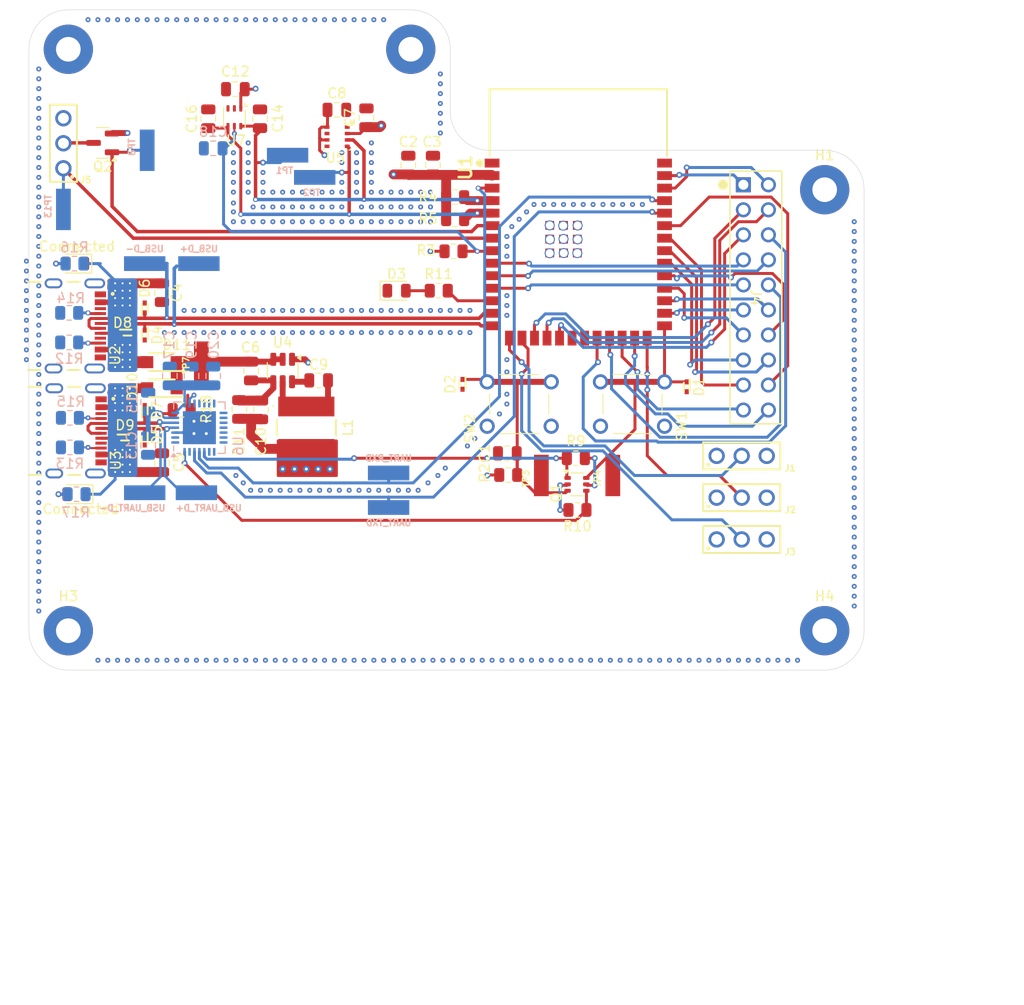
<source format=kicad_pcb>
(kicad_pcb (version 20240108) (generator "pcbnew") (generator_version "8.0")
  (layers (0 "F.Cu" signal) (1 "In1.Cu" signal) (2 "In2.Cu" signal) (31 "B.Cu" signal) (34 "B.Paste" user) (35 "F.Paste" user) (36 "B.SilkS" user "B.Silkscreen") (37 "F.SilkS" user "F.Silkscreen") (38 "B.Mask" user) (39 "F.Mask" user) (44 "Edge.Cuts" user))
  (net 0 "")
  (net 1 "/Input/PERI_SDA")
  (net 2 "/Input/PERI_SCL")
  (net 3 "/Input/LTR_INT")
  (net 4 "/Microcontroller/S3_BOOT")
  (net 5 "/Input/SOIL_SENSE")
  (net 6 "/Input/SOIL_PWR")
  (net 7 "Net-(Q1A-B1)")
  (net 8 "+3.3V")
  (net 9 "Net-(Q1B-B2)")
  (net 10 "GND")
  (net 11 "/Input/SOIL_EN")
  (net 12 "/Microcontroller/S3_IO3")
  (net 13 "/Microcontroller/S3_IO45")
  (net 14 "/Microcontroller/S3_EN_RST")
  (net 16 "/Microcontroller/S3_IO46")
  (net 17 "/Microcontroller/S3_IO10")
  (net 18 "/Microcontroller/S3_IO2")
  (net 19 "/Microcontroller/S3_IO9")
  (net 20 "/Microcontroller/S3_IO1")
  (net 22 "/Microcontroller/S3_IO17")
  (net 23 "/Microcontroller/S3_IO35")
  (net 24 "/Microcontroller/S3_IO38")
  (net 25 "/Microcontroller/S3_IO14")
  (net 26 "VBUS")
  (net 27 "VUART")
  (net 28 "VUSB")
  (net 29 "/Input/USB_D+")
  (net 30 "/Input/USB_D-")
  (net 31 "/Input/USB_UART_D+")
  (net 32 "Net-(U4-BST)")
  (net 33 "Net-(U4-SW)")
  (net 34 "Net-(D3-A)")
  (net 35 "Net-(D12-A)")
  (net 36 "Net-(D13-A)")
  (net 37 "Net-(U3-CC2)")
  (net 38 "Net-(U3-CC1)")
  (net 39 "/Microcontroller/S3_IO40")
  (net 42 "/Microcontroller/S3_IO39")
  (net 43 "/Microcontroller/S3_IO42")
  (net 44 "/Input/UART_RXD")
  (net 45 "/Microcontroller/S3_IO47")
  (net 46 "/Microcontroller/S3_IO48")
  (net 47 "/Microcontroller/S3_IO41")
  (net 48 "/Input/UART_TXD")
  (net 49 "/Input/UART_~{DTR}")
  (net 50 "/Microcontroller/LED_TEST")
  (net 51 "Net-(U2-CC2)")
  (net 52 "Net-(U2-CC1)")
  (net 53 "Net-(U6-~{RST})")
  (net 54 "/Input/UART_~{RTS}")
  (net 62 "/Input/USB_UART_D-")
  (net 68 "/Input/UART_VDD")
  (net 76 "/Microcontroller/S3_IO21")
  (net 77 "/Microcontroller/S3_IO36")
  (net 78 "/Microcontroller/S3_IO11")
  (net 80 "/Microcontroller/S3_IO18")
  (net 81 "/Microcontroller/S3_IO37")
  (net 82 "/Microcontroller/S3_IO16")
  (footprint "Capacitor_SMD:C_0805_2012Metric" (layer "F.Cu") (at 86.7 44.05 90)
    (property "Reference" "C16")
    (property "Value" "10p")
  )
  (footprint "Resistor_SMD:R_0805_2012Metric" (layer "F.Cu") (at 84 73.6)
    (property "Reference" "R18")
    (property "Value" "1k")
  )
  (footprint "MountingHole:MountingHole_2.5mm_Pad" (layer "F.Cu") (at 107.25 37)
    (property "Reference" "H5" (hide yes))
    (property "Value" "MountingHole_Pad" (hide yes))
  )
  (footprint "AA_Diodes:D5V0M1U2S9Q" (layer "F.Cu") (at 112.5 71 -90)
    (property "Reference" "D2")
    (property "Value" "D5V0M1U2S9" (hide yes))
  )
  (footprint "AA_Diodes:D5V0M1U2S9Q" (layer "F.Cu") (at 135.25 71.25 -90)
    (property "Reference" "D1")
    (property "Value" "D5V0M1U2S9" (hide yes))
  )
  (footprint "AA_Connectors:GCT_USB4105-GF-A" (layer "F.Cu") (at 71.07 75.72 -90)
    (property "Reference" "U3")
    (property "Value" "USB_C_Receptacle_12P")
  )
  (footprint "Resistor_SMD:R_0805_2012Metric" (layer "F.Cu") (at 111.75 52 180)
    (property "Reference" "R4")
    (property "Value" "10k" (hide yes))
  )
  (footprint "AA_Connectors:61300311121" (layer "F.Cu") (at 72 46.54 90)
    (property "Reference" "J5")
    (property "Value" "Conn_01x03_Pin" (hide yes))
  )
  (footprint "Package_TO_SOT_SMD:TSOT-23-6" (layer "F.Cu") (at 94.25 69.6 -90)
    (property "Reference" "U4")
    (property "Value" "AP63203WU" (hide yes))
  )
  (footprint "AA_Diodes:D5V0M1U2S9Q" (layer "F.Cu") (at 80.25 76.65 -90)
    (property "Reference" "D5")
    (property "Value" "D5V0M1U2S9" (hide yes))
  )
  (footprint "AA_Diodes:D5V0M1U2S9Q" (layer "F.Cu") (at 78.25 76.4)
    (property "Reference" "D9")
    (property "Value" "D5V0M1U2S9" (hide yes))
  )
  (footprint "Resistor_SMD:R_0805_2012Metric" (layer "F.Cu") (at 110.0875 61.5 180)
    (property "Reference" "R11")
    (property "Value" "62R" (hide yes))
  )
  (footprint "MountingHole:MountingHole_2.5mm_Pad" (layer "F.Cu") (at 72.5 37)
    (property "Reference" "H2" (hide yes))
    (property "Value" "MountingHole_Pad" (hide yes))
  )
  (footprint "Capacitor_SMD:C_0805_2012Metric" (layer "F.Cu") (at 92.05 73.6 90)
    (property "Reference" "C10")
    (property "Value" "22u")
  )
  (footprint "Capacitor_SMD:C_0805_2012Metric" (layer "F.Cu") (at 107 48.75 90)
    (property "Reference" "C2")
    (property "Value" "10u" (hide yes))
  )
  (footprint "Capacitor_SMD:C_0805_2012Metric" (layer "F.Cu") (at 91.95 44.05 90)
    (property "Reference" "C14")
    (property "Value" "10p" (hide yes))
  )
  (footprint "AA_Switches:18259106" (layer "F.Cu") (at 115 70.75)
    (property "Reference" "SW2")
    (property "Value" "SW_MEC_5E" (hide yes))
  )
  (footprint "LED_SMD:LED_0805_2012Metric" (layer "F.Cu") (at 105.8125 61.5)
    (property "Reference" "D3")
    (property "Value" "Green")
  )
  (footprint "Capacitor_SMD:C_0805_2012Metric" (layer "F.Cu") (at 89.45 41.05 180)
    (property "Reference" "C12")
    (property "Value" "1u" (hide yes))
  )
  (footprint "Package_TO_SOT_SMD:SOT-363_SC-70-6" (layer "F.Cu") (at 124.1125 81.15)
    (property "Reference" "Q1")
    (property "Value" "MMDT3904" (hide yes))
  )
  (footprint "Resistor_SMD:R_0805_2012Metric" (layer "F.Cu") (at 111.75 54.25 180)
    (property "Reference" "R5")
    (property "Value" "10k" (hide yes))
  )
  (footprint "AA_Connectors:61300311121" (layer "F.Cu") (at 140.83 86.74)
    (property "Reference" "J3")
    (property "Value" "3_Pin_Conn" (hide yes))
  )
  (footprint "AA_TestPoints:RCWCTE" (layer "F.Cu") (at 127.75 80.25 90)
    (property "Reference" "TP4")
    (property "Value" "S3_BOOT" (hide yes))
  )
  (footprint "AA_Connectors:61300311121" (layer "F.Cu") (at 140.83 82.5)
    (property "Reference" "J2")
    (property "Value" "3_Pin_Conn" (hide yes))
  )
  (footprint "AA_Inductors:ASPI0628150MT1" (layer "F.Cu") (at 96.65 75.4 -90)
    (property "Reference" "L1")
    (property "Value" "3.9u" (hide yes))
  )
  (footprint "AA_Diodes:DSS14U" (layer "F.Cu") (at 82 68.75 180)
    (property "Reference" "D10")
    (property "Value" "DSS14U" (hide yes))
  )
  (footprint "AA_Diodes:D5V0M1U2S9Q" (layer "F.Cu") (at 80.25 73.65 90)
    (property "Reference" "D7")
    (property "Value" "D5V0M1U2S9" (hide yes))
  )
  (footprint "MountingHole:MountingHole_2.5mm_Pad" (layer "F.Cu") (at 72.5 96)
    (property "Reference" "H3")
    (property "Value" "MountingHole_Pad")
  )
  (footprint "Capacitor_SMD:C_0805_2012Metric" (layer "F.Cu") (at 99.75 43.15)
    (property "Reference" "C8")
    (property "Value" "0.1u")
  )
  (footprint "Capacitor_SMD:C_0805_2012Metric" (layer "F.Cu") (at 102.75 43.95 90)
    (property "Reference" "C7")
    (property "Value" "0.1u" (hide yes))
  )
  (footprint "AA_Diodes:D5V0M1U2S9Q" (layer "F.Cu") (at 80.25 63.25 90)
    (property "Reference" "D6")
    (property "Value" "D5V0M1U2S9" (hide yes))
  )
  (footprint "Package_LGA:Bosch_LGA-8_2.5x2.5mm_P0.65mm_ClockwisePinNumbering" (layer "F.Cu") (at 99.775 45.875 -90)
    (property "Reference" "U5")
    (property "Value" "BME280")
  )
  (footprint "AA_Connectors:61300311121" (layer "F.Cu") (at 140.83 78.26)
    (property "Reference" "J1")
    (property "Value" "3_Pin_Conn" (hide yes))
  )
  (footprint "AA_Diodes:D5V0M1U2S9Q" (layer "F.Cu") (at 80.25 66 -90)
    (property "Reference" "D4")
    (property "Value" "D5V0M1U2S9" (hide yes))
  )
  (footprint "Capacitor_SMD:C_0805_2012Metric" (layer "F.Cu") (at 89.85 73.55 90)
    (property "Reference" "C11")
    (property "Value" "22u")
  )
  (footprint "Resistor_SMD:R_0805_2012Metric" (layer "F.Cu") (at 117.1375 80.2 180)
    (property "Reference" "R2")
    (property "Value" "10k")
  )
  (footprint "AA_Connectors:GCT_USB4105-GF-A" (layer "F.Cu") (at 71 65.07 -90)
    (property "Reference" "U2")
    (property "Value" "USB_C_Receptacle_12P")
  )
  (footprint "Capacitor_SMD:C_0805_2012Metric" (layer "F.Cu") (at 82 78.95 90)
    (property "Reference" "C5")
    (property "Value" "10u" (hide yes))
  )
  (footprint "AA_MCUs:ESP32S3WROOM1N16R2" (layer "F.Cu") (at 124.25 53.81)
    (property "Reference" "U1")
    (property "Value" "ESP32-S3-WROOM-1-N4R2" (hide yes))
  )
  (footprint "Capacitor_SMD:C_0805_2012Metric" (layer "F.Cu") (at 91.05 69.65 -90)
    (property "Reference" "C6")
    (property "Value" "10u")
  )
  (footprint "OptoDevice:Lite-On_LTR-303ALS-01" (layer "F.Cu") (at 89.35 43.9 -90)
    (property "Reference" "U7")
    (property "Value" "LTR-303ALS-01" (hide yes))
  )
  (footprint "AA_Switches:18259106" (layer "F.Cu") (at 126.5 70.75)
    (property "Reference" "SW1")
    (property "Value" "SW_MEC_5E" (hide yes))
  )
  (footprint "MountingHole:MountingHole_2.5mm_Pad" (layer "F.Cu") (at 149.25 96)
    (property "Reference" "H4")
    (property "Value" "MountingHole_Pad")
  )
  (footprint "AA_Diodes:DSS14U" (layer "F.Cu") (at 82 71.4 180)
    (property "Reference" "D11")
    (property "Value" "DSS14U" (hide yes))
  )
  (footprint "Resistor_SMD:R_0805_2012Metric" (layer "F.Cu") (at 124.1625 83.75 180)
    (property "Reference" "R10")
    (property "Value" "10k" (hide yes))
  )
  (footprint "AA_Diodes:D5V0M1U2S9Q" (layer "F.Cu") (at 78.5 65.75)
    (property "Reference" "D8")
    (property "Value" "D5V0M1U2S9" (hide yes))
  )
  (footprint "LED_SMD:LED_0805_2012Metric" (layer "F.Cu") (at 73.1875 58.75 180)
    (property "Reference" "D12" (hide yes))
    (property "Value" "Green" (hide yes))
  )
  (footprint "Resistor_SMD:R_0805_2012Metric" (layer "F.Cu") (at 111.5875 57.5 180)
    (property "Reference" "R3")
    (property "Value" "10k" (hide yes))
  )
  (footprint "AA_Connectors:CONN_PH2-20-UA_ADM" (layer "F.Cu") (at 141 50.75 -90)
    (property "Reference" "J4")
    (property "Value" "Conn_01x20_Pin")
  )
  (footprint "Capacitor_SMD:C_0805_2012Metric" (layer "F.Cu") (at 117.05 78 180)
    (property "Reference" "C1")
    (property "Value" "1u")
  )
  (footprint "MountingHole:MountingHole_2.5mm_Pad" (layer "F.Cu") (at 149.25 51.25)
    (property "Reference" "H1")
    (property "Value" "MountingHole_Pad")
  )
  (footprint "Capacitor_SMD:C_0805_2012Metric" (layer "F.Cu") (at 82 61.7 -90)
    (property "Reference" "C4")
    (property "Value" "10u")
  )
  (footprint "Capacitor_SMD:C_0805_2012Metric" (layer "F.Cu") (at 109.5 48.75 90)
    (property "Reference" "C3")
    (property "Value" "0.1u" (hide yes))
  )
  (footprint "AA_TestPoints:RCWCTE" (layer "F.Cu") (at 120.5 80.25 90)
    (property "Reference" "TP3")
    (property "Value" "S3_EN_RST" (hide yes))
  )
  (footprint "AA_TestPoints:RCWCTE" (layer "F.Cu") (at 86 68.75 90)
    (property "Reference" "TP7")
    (property "Value" "VBUS")
  )
  (footprint "Package_TO_SOT_SMD:SOT-23" (layer "F.Cu") (at 76 46.5 180)
    (property "Reference" "Q2")
    (property "Value" "2N7002K")
  )
  (footprint "Resistor_SMD:R_0805_2012Metric" (layer "F.Cu") (at 124 78.5)
    (property "Reference" "R9")
    (property "Value" "10k" (hide yes))
  )
  (footprint "LED_SMD:LED_0805_2012Metric" (layer "F.Cu") (at 73.3125 82.15 180)
    (property "Reference" "D13" (hide yes))
    (property "Value" "Green" (hide yes))
  )
  (footprint "Capacitor_SMD:C_0805_2012Metric" (layer "F.Cu") (at 97.9 70.6 180)
    (property "Reference" "C9")
    (property "Value" "0.1u" (hide yes))
  )
  (footprint "Resistor_SMD:R_0805_2012Metric" (layer "B.Cu") (at 72.6625 77.4)
    (property "Reference" "R13")
    (property "Value" "5.1k" (hide yes))
  )
  (footprint "Resistor_SMD:R_0805_2012Metric" (layer "B.Cu") (at 72.5875 66.75)
    (property "Reference" "R12")
    (property "Value" "5.1k" (hide yes))
  )
  (footprint "Capacitor_SMD:C_0805_2012Metric" (layer "B.Cu") (at 87.2 70.15 90)
    (property "Reference" "C20")
    (property "Value" "10u")
  )
  (footprint "Capacitor_SMD:C_0805_2012Metric" (layer "B.Cu") (at 80.6 72.8 90)
    (property "Reference" "C15")
    (property "Value" "4.7u")
  )
  (footprint "Capacitor_SMD:C_0805_2012Metric" (layer "B.Cu") (at 82.8 70.15 90)
    (property "Reference" "C17")
    (property "Value" "0.1u")
  )
  (footprint "Package_DFN_QFN:QFN-28-1EP_5x5mm_P0.5mm_EP3.35x3.35mm" (layer "B.Cu") (at 85.8 75.4)
    (property "Reference" "U6")
    (property "Value" "CP2102N-A02-GQFN28")
  )
  (footprint "Resistor_SMD:R_0805_2012Metric" (layer "B.Cu") (at 73.3375 82.15 180)
    (property "Reference" "R17")
    (property "Value" "150R" (hide yes))
  )
  (footprint "Resistor_SMD:R_0805_2012Metric" (layer "B.Cu") (at 73.125 58.75 180)
    (property "Reference" "R16")
    (property "Value" "150R")
  )
  (footprint "AA_TestPoints:RCWCTE" (layer "B.Cu") (at 94.75 47.75)
    (property "Reference" "TP1")
    (property "Value" "PERI_SDA")
  )
  (footprint "AA_TestPoints:RCWCTE" (layer "B.Cu") (at 85.5 82 180)
    (property "Reference" "TP12" (hide yes))
    (property "Value" "USB_UART_D+")
  )
  (footprint "AA_TestPoints:RCWCTE" (layer "B.Cu") (at 97.5 50)
    (property "Reference" "TP2")
    (property "Value" "PERI_SCL")
  )
  (footprint "AA_TestPoints:RCWCTE" (layer "B.Cu") (at 105 83.5 180)
    (property "Reference" "TP5" (hide yes))
    (property "Value" "UART_TXD")
  )
  (footprint "AA_TestPoints:RCWCTE" (layer "B.Cu") (at 80.5 47.25 -90)
    (property "Reference" "TP8")
    (property "Value" "SOIL_EN")
  )
  (footprint "Resistor_SMD:R_0805_2012Metric" (layer "B.Cu") (at 72.6625 74.4)
    (property "Reference" "R15")
    (property "Value" "5.1k" (hide yes))
  )
  (footprint "Capacitor_SMD:C_0805_2012Metric" (layer "B.Cu") (at 87.2 47.05 180)
    (property "Reference" "C18")
    (property "Value" "10p")
  )
  (footprint "AA_TestPoints:RCWCTE" (layer "B.Cu") (at 85.75 58.75 180)
    (property "Reference" "TP10" (hide yes))
    (property "Value" "USB_D+")
  )
  (footprint "Resistor_SMD:R_0805_2012Metric" (layer "B.Cu") (at 72.5875 63.75)
    (property "Reference" "R14")
    (property "Value" "5.1k" (hide yes))
  )
  (footprint "AA_TestPoints:RCWCTE" (layer "B.Cu") (at 105 80 180)
    (property "Reference" "TP6" (hide yes))
    (property "Value" "UART_RXD")
  )
  (footprint "Capacitor_SMD:C_0805_2012Metric" (layer "B.Cu") (at 85 70.15 90)
    (property "Reference" "C19")
    (property "Value" "1u")
  )
  (footprint "Capacitor_SMD:C_0805_2012Metric" (layer "B.Cu") (at 80.6 77.2 -90)
    (property "Reference" "C13")
    (property "Value" "0.1u")
  )
  (footprint "AA_TestPoints:RCWCTE" (layer "B.Cu") (at 80.25 58.75 180)
    (property "Reference" "TP9" (hide yes))
    (property "Value" "USB_D-")
  )
  (footprint "AA_TestPoints:RCWCTE" (layer "B.Cu") (at 72 53.25 -90)
    (property "Reference" "TP13")
    (property "Value" "SOIL_SENSE")
  )
  (footprint "AA_TestPoints:RCWCTE" (layer "B.Cu") (at 80.25 82 180)
    (property "Reference" "TP11" (hide yes))
    (property "Value" "USB_UART_D-")
  )
  (gr_line (start 149.25 47.25) (end 115.25 47.25) (stroke (width 0.05)) (layer "Edge.Cuts"))
  (gr_arc (start 72.5 100) (mid 69.671573 98.828427) (end 68.5 96) (stroke (width 0.05)) (layer "Edge.Cuts"))
  (gr_line (start 107.25 33) (end 72.5 33) (stroke (width 0.05)) (layer "Edge.Cuts"))
  (gr_line (start 111.25 43.25) (end 111.25 37) (stroke (width 0.05)) (layer "Edge.Cuts"))
  (gr_line (start 153.25 96) (end 153.25 51.25) (stroke (width 0.05)) (layer "Edge.Cuts"))
  (gr_arc (start 153.25 96) (mid 152.078427 98.828427) (end 149.25 100) (stroke (width 0.05)) (layer "Edge.Cuts"))
  (gr_arc (start 107.25 33) (mid 110.078427 34.171573) (end 111.25 37) (stroke (width 0.05)) (layer "Edge.Cuts"))
  (gr_arc (start 149.25 47.25) (mid 152.078427 48.421573) (end 153.25 51.25) (stroke (width 0.05)) (layer "Edge.Cuts"))
  (gr_arc (start 68.5 37) (mid 69.671573 34.171573) (end 72.5 33) (stroke (width 0.05)) (layer "Edge.Cuts"))
  (gr_line (start 149.25 100) (end 72.5 100) (stroke (width 0.05)) (layer "Edge.Cuts"))
  (gr_arc (start 115.25 47.25) (mid 112.421573 46.078427) (end 111.25 43.25) (stroke (width 0.05)) (layer "Edge.Cuts"))
  (gr_line (start 68.5 37) (end 68.5 96) (stroke (width 0.05)) (layer "Edge.Cuts"))
  (segment (start 115.5 52.36) (end 114 52.36) (width 0.9) (layer "F.Cu") (net 1))
  (segment (start 101.4 46.2) (end 100.8 46.2) (width 0.35) (layer "F.Cu") (net 1))
  (segment (start 91.95 45.3) (end 91.5 45.75) (width 0.35) (layer "F.Cu") (net 1))
  (segment (start 91.75 44.8) (end 91.95 45) (width 0.3) (layer "F.Cu") (net 1))
  (segment (start 102.5 47.3) (end 102.5 52.25) (width 0.35) (layer "F.Cu") (net 1))
  (segment (start 113.0225 52.36) (end 112.6625 52) (width 0.9) (layer "F.Cu") (net 1))
  (segment (start 90 44.8) (end 91.75 44.8) (width 0.3) (layer "F.Cu") (net 1))
  (segment (start 91.5 45.75) (end 91.5 48.5) (width 0.35) (layer "F.Cu") (net 1))
  (segment (start 102.5 47.3) (end 101.4 46.2) (width 0.35) (layer "F.Cu") (net 1))
  (segment (start 114 52.36) (end 113.0225 52.36) (width 0.9) (layer "F.Cu") (net 1))
  (segment (start 91.5 48.5) (end 91.5 52.25) (width 0.35) (layer "F.Cu") (net 1))
  (segment (start 91.95 45) (end 91.95 45.3) (width 0.35) (layer "F.Cu") (net 1))
  (segment (start 91.5 48.5) (end 92.25 48.5) (width 0.3) (layer "F.Cu") (net 1))
  (via (at 114 52.36) (size 0.5) (drill 0.3) (layers "F.Cu" "B.Cu") (net 1))
  (via (at 102.5 52.25) (size 0.5) (drill 0.2) (layers "F.Cu" "B.Cu") (net 1))
  (via (at 92.25 48.5) (size 0.6) (drill 0.3) (layers "F.Cu" "B.Cu") (net 1))
  (via (at 91.5 52.25) (size 0.5) (drill 0.3) (layers "F.Cu" "B.Cu") (net 1))
  (segment (start 92.25 48.5) (end 94 48.5) (width 0.3) (layer "B.Cu") (net 1))
  (segment (start 94 48.5) (end 94.75 47.75) (width 0.3) (layer "B.Cu") (net 1))
  (segment (start 113.89 52.25) (end 91.5 52.25) (width 0.35) (layer "B.Cu") (net 1))
  (segment (start 114 52.36) (end 113.89 52.25) (width 0.35) (layer "B.Cu") (net 1))
  (segment (start 89.451471 46.5) (end 90 47.048529) (width 0.3) (layer "F.Cu") (net 2))
  (segment (start 114 53.63) (end 113.2825 53.63) (width 0.9) (layer "F.Cu") (net 2))
  (segment (start 101 47.05) (end 100.8 46.85) (width 0.35) (layer "F.Cu") (net 2))
  (segment (start 88.7 45.748529) (end 89.451471 46.5) (width 0.3) (layer "F.Cu") (net 2))
  (segment (start 101 53.75) (end 101 49.5) (width 0.35) (layer "F.Cu") (net 2))
  (segment (start 90 47.048529) (end 90 53.75) (width 0.3) (layer "F.Cu") (net 2))
  (segment (start 101 49.5) (end 100.25 49.5) (width 0.3) (layer "F.Cu") (net 2))
  (segment (start 88.5 45) (end 88.7 44.8) (width 0.3) (layer "F.Cu") (net 2))
  (segment (start 88.7 44.8) (end 88.7 45.748529) (width 0.3) (layer "F.Cu") (net 2))
  (segment (start 101 49.5) (end 101 47.05) (width 0.35) (layer "F.Cu") (net 2))
  (segment (start 86.7 45) (end 88.5 45) (width 0.3) (layer "F.Cu") (net 2))
  (segment (start 113.2825 53.63) (end 112.6625 54.25) (width 0.9) (layer "F.Cu") (net 2))
  (segment (start 115.5 53.63) (end 114 53.63) (width 0.9) (layer "F.Cu") (net 2))
  (via (at 90 53.75) (size 0.5) (drill 0.3) (layers "F.Cu" "B.Cu") (net 2))
  (via (at 101 53.75) (size 0.5) (drill 0.2) (layers "F.Cu" "B.Cu") (net 2))
  (via (at 100.25 49.5) (size 0.6) (drill 0.3) (layers "F.Cu" "B.Cu") (net 2))
  (via (at 114 53.63) (size 0.5) (drill 0.3) (layers "F.Cu" "B.Cu") (net 2))
  (segment (start 100.25 49.5) (end 98 49.5) (width 0.3) (layer "B.Cu") (net 2))
  (segment (start 98 49.5) (end 97.5 50) (width 0.3) (layer "B.Cu") (net 2))
  (segment (start 113.88 53.75) (end 90 53.75) (width 0.35) (layer "B.Cu") (net 2))
  (segment (start 114 53.63) (end 113.88 53.75) (width 0.35) (layer "B.Cu") (net 2))
  (segment (start 115.44 57.5) (end 115.5 57.44) (width 0.3) (layer "F.Cu") (net 3))
  (segment (start 114.87 57.44) (end 115.5 57.44) (width 0.3) (layer "F.Cu") (net 3))
  (segment (start 112.5 57.5) (end 114 57.5) (width 0.3) (layer "F.Cu") (net 3))
  (segment (start 114 57.5) (end 115.44 57.5) (width 0.3) (layer "F.Cu") (net 3))
  (segment (start 89.35 44.8) (end 89.35 45.55) (width 0.2) (layer "F.Cu") (net 3))
  (via (at 114 57.5) (size 0.5) (drill 0.3) (layers "F.Cu" "B.Cu") (net 3))
  (via (at 89.35 45.55) (size 0.5) (drill 0.2) (layers "F.Cu" "B.Cu") (net 3))
  (segment (start 88.25 54.75) (end 88.25 47.2) (width 0.3) (layer "B.Cu") (net 3))
  (segment (start 112 55.5) (end 89 55.5) (width 0.3) (layer "B.Cu") (net 3))
  (segment (start 89.35 46.1) (end 89.35 45.55) (width 0.3) (layer "B.Cu") (net 3))
  (segment (start 89 55.5) (end 88.25 54.75) (width 0.3) (layer "B.Cu") (net 3))
  (segment (start 88.25 47.2) (end 89.35 46.1) (width 0.3) (layer "B.Cu") (net 3))
  (segment (start 114 57.5) (end 112 55.5) (width 0.3) (layer "B.Cu") (net 3))
  (segment (start 125.0625 80.5) (end 126.03125 79.53125) (width 0.3) (layer "F.Cu") (net 4))
  (segment (start 126.03125 79.53125) (end 130 75.5625) (width 0.3) (layer "F.Cu") (net 4))
  (segment (start 130 70.75) (end 133 70.75) (width 0.6) (layer "F.Cu") (net 4))
  (segment (start 130 75.5625) (end 130 70.75) (width 0.3) (layer "F.Cu") (net 4))
  (segment (start 135.25 70.75) (end 133 70.75) (width 0.3) (layer "F.Cu") (net 4))
  (segment (start 126.5 70.75) (end 130 70.75) (width 0.6) (layer "F.Cu") (net 4))
  (segment (start 133 70.75) (end 133 65.06) (width 0.3) (layer "F.Cu") (net 4))
  (segment (start 128 82) (end 128 81.5) (width 0.3) (layer "F.Cu") (net 4))
  (segment (start 79.09 56.17) (end 115.5 56.17) (width 0.35) (layer "F.Cu") (net 5))
  (segment (start 72 49.08) (end 79.09 56.17) (width 0.35) (layer "F.Cu") (net 5))
  (segment (start 72 53.25) (end 72 49.08) (width 0.3) (layer "B.Cu") (net 5))
  (segment (start 75.0625 46.5) (end 72.04 46.5) (width 0.35) (layer "F.Cu") (net 6))
  (segment (start 72.04 46.5) (end 72 46.54) (width 0.35) (layer "F.Cu") (net 6))
  (segment (start 123.25 83.75) (end 122.4125 83.75) (width 0.3) (layer "F.Cu") (net 7))
  (segment (start 122.4125 81.25) (end 123.0625 81.25) (width 0.3) (layer "F.Cu") (net 7))
  (segment (start 123.0625 81.25) (end 123.1625 81.15) (width 0.3) (layer "F.Cu") (net 7))
  (via (at 122.4125 81.25) (size 0.6) (drill 0.3) (layers "F.Cu" "B.Cu") (net 7))
  (via (at 122.4125 83.75) (size 0.6) (drill 0.3) (layers "F.Cu" "B.Cu") (net 7))
  (segment (start 122.4125 83.75) (end 122.4125 81.25) (width 0.3) (layer "B.Cu") (net 7))
  (segment (start 110.8375 49.8375) (end 110.75 49.75) (width 1) (layer "F.Cu") (net 8))
  (segment (start 107.05 49.75) (end 107 49.7) (width 1) (layer "F.Cu") (net 8))
  (segment (start 102.75 44.9) (end 102.1 45.55) (width 0.3) (layer "F.Cu") (net 8))
  (segment (start 102.1 45.55) (end 100.8 45.55) (width 0.3) (layer "F.Cu") (net 8))
  (segment (start 98.8 44.85) (end 98.75 44.9) (width 0.3) (layer "F.Cu") (net 8))
  (segment (start 89.85 74.5) (end 91.05 74.5) (width 1) (layer "F.Cu") (net 8))
  (segment (start 98.75 42.7) (end 98.8 42.65) (width 0.3) (layer "F.Cu") (net 8))
  (segment (start 98 45.1) (end 98.2 44.9) (width 0.3) (layer "F.Cu") (net 8))
  (segment (start 110.75 49.75) (end 107.05 49.75) (width 1) (layer "F.Cu") (net 8))
  (segment (start 116.225 80.2) (end 115.05 80.2) (width 0.3) (layer "F.Cu") (net 8))
  (segment (start 91.45 41.05) (end 91.5 41) (width 0.3) (layer "F.Cu") (net 8))
  (segment (start 110.8375 54.25) (end 110.8375 49.8375) (width 1) (layer "F.Cu") (net 8))
  (segment (start 92 74.5) (end 92.05 74.55) (width 1) (layer "F.Cu") (net 8))
  (segment (start 90 43) (end 90 41.45) (width 0.3) (layer "F.Cu") (net 8))
  (segment (start 98.2 44.9) (end 98.75 44.9) (width 0.3) (layer "F.Cu") (net 8))
  (segment (start 110.675 57.5) (end 109.25 57.5) (width 0.3) (layer "F.Cu") (net 8))
  (segment (start 91.05 74.5) (end 92 74.5) (width 1) (layer "F.Cu") (net 8))
  (segment (start 91.05 74.5) (end 91.05 76.2) (width 1) (layer "F.Cu") (net 8))
  (segment (start 98.125 46.125) (end 98 46) (width 0.3) (layer "F.Cu") (net 8))
  (segment (start 98.75 46.2) (end 98.2 46.2) (width 0.3) (layer "F.Cu") (net 8))
  (segment (start 98 46) (end 98 47.25) (width 0.3) (layer "F.Cu") (net 8))
  (segment (start 90.4 41.05) (end 91.45 41.05) (width 0.3) (layer "F.Cu") (net 8))
  (segment (start 107 49.7) (end 105.5 49.7) (width 1) (layer "F.Cu") (net 8))
  (segment (start 95.2 68.4625) (end 96.5125 68.4625) (width 0.6) (layer "F.Cu") (net 8))
  (segment (start 98 47.25) (end 98.5 47.75) (width 0.3) (layer "F.Cu") (net 8))
  (segment (start 90 41.45) (end 90.4 41.05) (width 0.3) (layer "F.Cu") (net 8))
  (segment (start 102.75 44.9) (end 104.1 44.9) (width 1) (layer "F.Cu") (net 8))
  (segment (start 98.8 43.15) (end 98.8 44.85) (width 0.3) (layer "F.Cu") (net 8))
  (segment (start 115.5 49.82) (end 115.43 49.75) (width 1) (layer "F.Cu") (net 8))
  (segment (start 98.2 46.2) (end 98.125 46.125) (width 0.3) (layer "F.Cu") (net 8))
  (segment (start 98 46) (end 98 45.1) (width 0.3) (layer "F.Cu") (net 8))
  (segment (start 76.9875 45.5) (end 76.9375 45.55) (width 0.6) (layer "F.Cu") (net 8))
  (segment (start 78.5 45.5) (end 76.9875 45.5) (width 0.6) (layer "F.Cu") (net 8))
  (segment (start 96.5125 68.4625) (end 96.85 68.8) (width 0.6) (layer "F.Cu") (net 8))
  (segment (start 104.1 44.9) (end 104.25 44.75) (width 1) (layer "F.Cu") (net 8))
  (segment (start 115.05 80.2) (end 115 80.25) (width 0.3) (layer "F.Cu") (net 8))
  (segment (start 91.05 76.2) (end 92.4 77.55) (width 1) (layer "F.Cu") (net 8))
  (segment (start 92.4 77.55) (end 96.65 77.55) (width 1) (layer "F.Cu") (net 8))
  (segment (start 115.43 49.75) (end 110.75 49.75) (width 1) (layer "F.Cu") (net 8))
  (via (at 96.65 79.6) (size 0.7) (drill 0.3) (layers "F.Cu" "B.Cu") (net 8))
  (via (at 94.25 79.6) (size 0.7) (drill 0.3) (layers "F.Cu" "B.Cu") (net 8))
  (via (at 98.5 47.75) (size 0.6) (drill 0.3) (layers "F.Cu" "B.Cu") (net 8))
  (via (at 104.25 44.75) (size 0.6) (drill 0.3) (layers "F.Cu" "B.Cu") (net 8))
  (via (at 99.05 79.6) (size 0.7) (drill 0.3) (layers "F.Cu" "B.Cu") (net 8))
  (via (at 109.25 57.5) (size 0.6) (drill 0.3) (layers "F.Cu" "B.Cu") (net 8))
  (via (at 97.85 79.6) (size 0.7) (drill 0.3) (layers "F.Cu" "B.Cu") (net 8))
  (via (at 105.5 49.7) (size 0.6) (drill 0.3) (layers "F.Cu" "B.Cu") (net 8))
  (via (at 115 80.25) (size 0.6) (drill 0.3) (layers "F.Cu" "B.Cu") (net 8))
  (via (at 95.45 79.6) (size 0.7) (drill 0.3) (layers "F.Cu" "B.Cu") (net 8))
  (via (at 96.85 68.8) (size 0.6) (drill 0.3) (layers "F.Cu" "B.Cu") (net 8))
  (via (at 91.5 41) (size 0.6) (drill 0.3) (layers "F.Cu" "B.Cu") (net 8))
  (via (at 78.5 45.5) (size 0.6) (drill 0.3) (layers "F.Cu" "B.Cu") (net 8))
  (segment (start 124.9125 78.5) (end 125.9125 78.5) (width 0.3) (layer "F.Cu") (net 9))
  (segment (start 125.9125 81.25) (end 125.1625 81.25) (width 0.3) (layer "F.Cu") (net 9))
  (segment (start 125.1625 81.25) (end 125.0625 81.15) (width 0.3) (layer "F.Cu") (net 9))
  (via (at 125.9125 78.5) (size 0.6) (drill 0.3) (layers "F.Cu" "B.Cu") (net 9))
  (via (at 125.9125 81.25) (size 0.6) (drill 0.3) (layers "F.Cu" "B.Cu") (net 9))
  (segment (start 125.9125 78.5) (end 125.9125 81.25) (width 0.3) (layer "B.Cu") (net 9))
  (segment (start 92.05 72.65) (end 89.9 72.65) (width 1) (layer "F.Cu") (net 10))
  (segment (start 93.1625 70.6) (end 93.3 70.7375) (width 0.6) (layer "F.Cu") (net 10))
  (segment (start 93.3 70.7375) (end 93.3 71.4) (width 0.6) (layer "F.Cu") (net 10))
  (segment (start 89.9 72.65) (end 89.85 72.6) (width 1) (layer "F.Cu") (net 10))
  (segment (start 93.3 71.4) (end 92.05 72.65) (width 0.6) (layer "F.Cu") (net 10))
  (segment (start 91.05 70.6) (end 93.1625 70.6) (width 0.6) (layer "F.Cu") (net 10))
  (via (at 77.5 99) (size 0.5) (drill 0.2) (layers "F.Cu" "B.Cu") (net 10))
  (via (at 152.25 81.5) (size 0.5) (drill 0.2) (layers "F.Cu" "B.Cu") (net 10))
  (via (at 104.25 53) (size 0.5) (drill 0.2) (layers "F.Cu" "B.Cu") (net 10))
  (via (at 115.5 99) (size 0.5) (drill 0.2) (layers "F.Cu" "B.Cu") (net 10))
  (via (at 135.5 99) (size 0.5) (drill 0.2) (layers "F.Cu" "B.Cu") (net 10))
  (via (at 119.5 99) (size 0.5) (drill 0.2) (layers "F.Cu" "B.Cu") (net 10))
  (via (at 121.37 56.3) (size 1) (drill 0.8) (layers "F.Cu" "B.Cu") (net 10))
  (via (at 69.5 68) (size 0.5) (drill 0.2) (layers "F.Cu" "B.Cu") (net 10))
  (via (at 111.25 65.75) (size 0.5) (drill 0.2) (layers "F.Cu" "B.Cu") (net 10))
  (via (at 105.25 51.5) (size 0.5) (drill 0.2) (layers "F.Cu" "B.Cu") (net 10))
  (via (at 92.25 54.5) (size 0.5) (drill 0.2) (layers "F.Cu" "B.Cu") (net 10))
  (via (at 102.5 99) (size 0.5) (drill 0.2) (layers "F.Cu" "B.Cu") (net 10))
  (via (at 134.5 99) (size 0.5) (drill 0.2) (layers "F.Cu" "B.Cu") (net 10))
  (via (at 110.25 40.5) (size 0.5) (drill 0.2) (layers "F.Cu" "B.Cu") (net 10))
  (via (at 93.5 99) (size 0.5) (drill 0.2) (layers "F.Cu" "B.Cu") (net 10))
  (via (at 69.5 91) (size 0.5) (drill 0.2) (layers "F.Cu" "B.Cu") (net 10))
  (via (at 94 81.75) (size 0.5) (drill 0.2) (layers "F.Cu" "B.Cu") (net 10))
  (via (at 144.5 99) (size 0.5) (drill 0.2) (layers "F.Cu" "B.Cu") (net 10))
  (via (at 131.5 99) (size 0.5) (drill 0.2) (layers "F.Cu" "B.Cu") (net 10))
  (via (at 68.25 61.5) (size 0.5) (drill 0.2) (layers "F.Cu" "B.Cu") (net 10))
  (via (at 69.5 87) (size 0.5) (drill 0.2) (layers "F.Cu" "B.Cu") (net 10))
  (via (at 90.75 46.5) (size 0.5) (drill 0.2) (layers "F.Cu" "B.Cu") (net 10))
  (via (at 117 58) (size 0.5) (drill 0.2) (layers "F.Cu" "B.Cu") (net 10))
  (via (at 88.5 99) (size 0.5) (drill 0.2) (layers "F.Cu" "B.Cu") (net 10))
  (via (at 68.25 60.5) (size 0.5) (drill 0.2) (layers "F.Cu" "B.Cu") (net 10))
  (via (at 100.25 65.75) (size 0.5) (drill 0.2) (layers "F.Cu" "B.Cu") (net 10))
  (via (at 69.5 43) (size 0.5) (drill 0.2) (layers "F.Cu" "B.Cu") (net 10))
  (via (at 90.25 65.75) (size 0.5) (drill 0.2) (layers "F.Cu" "B.Cu") (net 10))
  (via (at 152.25 92.5) (size 0.5) (drill 0.2) (layers "F.Cu" "B.Cu") (net 10))
  (via (at 152.25 61.5) (size 0.5) (drill 0.2) (layers "F.Cu" "B.Cu") (net 10))
  (via (at 132.5 99) (size 0.5) (drill 0.2) (layers "F.Cu" "B.Cu") (net 10))
  (via (at 89.25 52.6) (size 0.5) (drill 0.2) (layers "F.Cu" "B.Cu") (net 10))
  (via (at 100 81.75) (size 0.5) (drill 0.2) (layers "F.Cu" "B.Cu") (net 10))
  (via (at 69.5 70) (size 0.5) (drill 0.2) (layers "F.Cu" "B.Cu") (net 10))
  (via (at 83.5 99) (size 0.5) (drill 0.2) (layers "F.Cu" "B.Cu") (net 10))
  (via (at 152.25 78.5) (size 0.5) (drill 0.2) (layers "F.Cu" "B.Cu") (net 10))
  (via (at 76.5 99) (size 0.5) (drill 0.2) (layers "F.Cu" "B.Cu") (net 10))
  (via (at 121.34 57.7) (size 1) (drill 0.8) (layers "F.Cu" "B.Cu") (net 10))
  (via (at 112.25 63.5) (size 0.5) (drill 0.2) (layers "F.Cu" "B.Cu") (net 10))
  (via (at 69.5 76) (size 0.5) (drill 0.2) (layers "F.Cu" "B.Cu") (net 10))
  (via (at 99.25 65.75) (size 0.5) (drill 0.2) (layers "F.Cu" "B.Cu") (net 10))
  (via (at 107.25 53) (size 0.5) (drill 0.2) (layers "F.Cu" "B.Cu") (net 10))
  (via (at 117 63) (size 0.5) (drill 0.2) (layers "F.Cu" "B.Cu") (net 10))
  (via (at 91.25 54.5) (size 0.5) (drill 0.2) (layers "F.Cu" "B.Cu") (net 10))
  (via (at 139.5 99) (size 0.5) (drill 0.2) (layers "F.Cu" "B.Cu") (net 10))
  (via (at 137.5 99) (size 0.5) (drill 0.2) (layers "F.Cu" "B.Cu") (net 10))
  (via (at 69.5 73) (size 0.5) (drill 0.2) (layers "F.Cu" "B.Cu") (net 10))
  (via (at 85.25 76) (size 0.5) (drill 0.3) (layers "F.Cu" "B.Cu") (net 10))
  (via (at 103.25 48.5) (size 0.5) (drill 0.2) (layers "F.Cu" "B.Cu") (net 10))
  (via (at 69.5 75) (size 0.5) (drill 0.2) (layers "F.Cu" "B.Cu") (net 10))
  (via (at 99.25 53) (size 0.5) (drill 0.2) (layers "F.Cu" "B.Cu") (net 10))
  (via (at 103.25 54.5) (size 0.5) (drill 0.2) (layers "F.Cu" "B.Cu") (net 10))
  (via (at 92.25 51.5) (size 0.5) (drill 0.2) (layers "F.Cu" "B.Cu") (net 10))
  (via (at 103.25 53) (size 0.5) (drill 0.2) (layers "F.Cu" "B.Cu") (net 10))
  (via (at 122.75 56.25) (size 1) (drill 0.8) (layers "F.Cu" "B.Cu") (net 10))
  (via (at 152.25 87.5) (size 0.5) (drill 0.2) (layers "F.Cu" "B.Cu") (net 10))
  (via (at 101.75 51.5) (size 0.5) (drill 0.2) (layers "F.Cu" "B.Cu") (net 10))
  (via (at 105.25 65.75) (size 0.5) (drill 0.2) (layers "F.Cu" "B.Cu") (net 10))
  (via (at 100.25 54.5) (size 0.5) (drill 0.2) (layers "F.Cu" "B.Cu") (net 10))
  (via (at 117 68.5) (size 0.5) (drill 0.2) (layers "F.Cu" "B.Cu") (net 10))
  (via (at 102.5 34) (size 0.5) (drill 0.2) (layers "F.Cu" "B.Cu") (net 10))
  (via (at 89.25 53.5) (size 0.5) (drill 0.2) (layers "F.Cu" "B.Cu") (net 10))
  (via (at 103.25 46.5) (size 0.5) (drill 0.2) (layers "F.Cu" "B.Cu") (net 10))
  (via (at 78.5 34) (size 0.5) (drill 0.2) (layers "F.Cu" "B.Cu") (net 10))
  (via (at 68.25 67.5) (size 0.5) (drill 0.2) (layers "F.Cu" "B.Cu") (net 10))
  (via (at 152.25 57.5) (size 0.5) (drill 0.2) (layers "F.Cu" "B.Cu") (net 10))
  (via (at 75.5 34) (size 0.5) (drill 0.2) (layers "F.Cu" "B.Cu") (net 10))
  (via (at 113.5 99) (size 0.5) (drill 0.2) (layers "F.Cu" "B.Cu") (net 10))
  (via (at 152.25 56.5) (size 0.5) (drill 0.2) (layers "F.Cu" "B.Cu") (net 10))
  (via (at 152.25 79.5) (size 0.5) (drill 0.2) (layers "F.Cu" "B.Cu") (net 10))
  (via (at 69.5 78) (size 0.5) (drill 0.2) (layers "F.Cu" "B.Cu") (net 10))
  (via (at 106 81.75) (size 0.5) (drill 0.2) (layers "F.Cu" "B.Cu") (net 10))
  (via (at 89.5 34) (size 0.5) (drill 0.2) (layers "F.Cu" "B.Cu") (net 10))
  (via (at 152.25 90.5) (size 0.5) (drill 0.2) (layers "F.Cu" "B.Cu") (net 10))
  (via (at 92.5 99) (size 0.5) (drill 0.2) (layers "F.Cu" "B.Cu") (net 10))
  (via (at 79.5 34) (size 0.5) (drill 0.2) (layers "F.Cu" "B.Cu") (net 10))
  (via (at 69.5 58) (size 0.5) (drill 0.2) (layers "F.Cu" "B.Cu") (net 10))
  (via (at 108.25 63.5) (size 0.5) (drill 0.2) (layers "F.Cu" "B.Cu") (net 10))
  (via (at 117 73) (size 0.5) (drill 0.2) (layers "F.Cu" "B.Cu") (net 10))
  (via (at 107.5 99) (size 0.5) (drill 0.2) (layers "F.Cu" "B.Cu") (net 10))
  (via (at 78.5 99) (size 0.5) (drill 0.2) (layers "F.Cu" "B.Cu") (net 10))
  (via (at 152.25 58.5) (size 0.5) (drill 0.2) (layers "F.Cu" "B.Cu") (net 10))
  (via (at 125.75 52.75) (size 0.5) (drill 0.2) (layers "F.Cu" "B.Cu") (net 10))
  (via (at 90.25 81) (size 0.5) (drill 0.2) (layers "F.Cu" "B.Cu") (net 10))
  (via (at 98.25 65.75) (size 0.5) (drill 0.2) (layers "F.Cu" "B.Cu") (net 10))
  (via (at 97.25 53) (size 0.5) (drill 0.2) (layers "F.Cu" "B.Cu") (net 10))
  (via (at 152.25 93.5) (size 0.5) (drill 0.2) (layers "F.Cu" "B.Cu") (net 10))
  (via (at 105.25 54.5) (size 0.5) (drill 0.2) (layers "F.Cu" "B.Cu") (net 10))
  (via (at 130.5 99) (size 0.5) (drill 0.2) (layers "F.Cu" "B.Cu") (net 10))
  (via (at 108.25 53) (size 0.5) (drill 0.2) (layers "F.Cu" "B.Cu") (net 10))
  (via (at 146.5 99) (size 0.5) (drill 0.2) (layers "F.Cu" "B.Cu") (net 10))
  (via (at 69.5 88) (size 0.5) (drill 0.2) (layers "F.Cu" "B.Cu") (net 10))
  (via (at 110.25 39.5) (size 0.5) (drill 0.2) (layers "F.Cu" "B.Cu") (net 10))
  (via (at 97.25 63.5) (size 0.5) (drill 0.2) (layers "F.Cu" "B.Cu") (net 10))
  (via (at 77.5 34) (size 0.5) (drill 0.2) (layers "F.Cu" "B.Cu") (net 10))
  (via (at 69.5 44) (size 0.5) (drill 0.2) (layers "F.Cu" "B.Cu") (net 10))
  (via (at 101.75 47.5) (size 0.5) (drill 0.2) (layers "F.Cu" "B.Cu") (net 10))
  (via (at 93 81.75) (size 0.5) (drill 0.2) (layers "F.Cu" "B.Cu") (net 10))
  (via (at 69.5 90) (size 0.5) (drill 0.2) (layers "F.Cu" "B.Cu") (net 10))
  (via (at 90.25 54.5) (size 0.5) (drill 0.2) (layers "F.Cu" "B.Cu") (net 10))
  (via (at 110 80.25) (size 0.5) (drill 0.2) (layers "F.Cu" "B.Cu") (net 10))
  (via (at 69.5 39) (size 0.5) (drill 0.2) (layers "F.Cu" "B.Cu") (net 10))
  (via (at 100.5 99) (size 0.5) (drill 0.2) (layers "F.Cu" "B.Cu") (net 10))
  (via (at 117.5 55) (size 0.5) (drill 0.2) (layers "F.Cu" "B.Cu") (net 10))
  (via (at 69.5 50) (size 0.5) (drill 0.2) (layers "F.Cu" "B.Cu") (net 10))
  (via (at 152.25 60.5) (size 0.5) (drill 0.2) (layers "F.Cu" "B.Cu") (net 10))
  (via (at 100.25 50.5) (size 0.5) (drill 0.2) (layers "F.Cu" "B.Cu") (net 10))
  (via (at 98.25 54.5) (size 0.5) (drill 0.2) (layers "F.Cu" "B.Cu") (net 10))
  (via (at 69.5 55) (size 0.5) (drill 0.2) (layers "F.Cu" "B.Cu") (net 10))
  (via (at 69.5 74) (size 0.5) (drill 0.2) (layers "F.Cu" "B.Cu") (net 10))
  (via (at 103.25 65.75) (size 0.5) (drill 0.2) (layers "F.Cu" "B.Cu") (net 10))
  (via (at 152.25 82.5) (size 0.5) (drill 0.2) (layers "F.Cu" "B.Cu") (net 10))
  (via (at 103.25 51.5) (size 0.5) (drill 0.2) (layers "F.Cu" "B.Cu") (net 10))
  (via (at 109.25 54.5) (size 0.5) (drill 0.2) (layers "F.Cu" "B.Cu") (net 10))
  (via (at 106.25 53) (size 0.5) (drill 0.2) (layers "F.Cu" "B.Cu") (net 10))
  (via (at 100.25 63.5) (size 0.5) (drill 0.2) (layers "F.Cu" "B.Cu") (net 10))
  (via (at 152.25 69.5) (size 0.5) (drill 0.2) (layers "F.Cu" "B.Cu") (net 10))
  (via (at 80.5 34) (size 0.5) (drill 0.2) (layers "F.Cu" "B.Cu") (net 10))
  (via (at 152.25 86.5) (size 0.5) (drill 0.2) (layers "F.Cu" "B.Cu") (net 10))
  (via (at 89.25 47.5) (size 0.5) (drill 0.2) (layers "F.Cu" "B.Cu") (net 10))
  (via (at 69.5 40) (size 0.5) (drill 0.2) (layers "F.Cu" "B.Cu") (net 10))
  (via (at 89.25 51.5) (size 0.5) (drill 0.2) (layers "F.Cu" "B.Cu") (net 10))
  (via (at 152.25 65.5) (size 0.5) (drill 0.2) (layers "F.Cu" "B.Cu") (net 10))
  (via (at 69.5 62) (size 0.5) (drill 0.2) (layers "F.Cu" "B.Cu") (net 10))
  (via (at 152.25 83.5) (size 0.5) (drill 0.2) (layers "F.Cu" "B.Cu") (net 10))
  (via (at 124.75 52.75) (size 0.5) (drill 0.2) (layers "F.Cu" "B.Cu") (net 10))
  (via (at 69.5 47) (size 0.5) (drill 0.2) (layers "F.Cu" "B.Cu") (net 10))
  (via (at 109.25 65.75) (size 0.5) (drill 0.2) (layers "F.Cu" "B.Cu") (net 10))
  (via (at 97.5 99) (size 0.5) (drill 0.2) (layers "F.Cu" "B.Cu") (net 10))
  (via (at 101.75 49.5) (size 0.5) (drill 0.2) (layers "F.Cu" "B.Cu") (net 10))
  (via (at 152.25 64.5) (size 0.5) (drill 0.2) (layers "F.Cu" "B.Cu") (net 10))
  (via (at 103.25 47.5) (size 0.5) (drill 0.2) (layers "F.Cu" "B.Cu") (net 10))
  (via (at 76.5 34) (size 0.5) (drill 0.2) (layers "F.Cu" "B.Cu") (net 10))
  (via (at 116.5 99) (size 0.5) (drill 0.2) (layers "F.Cu" "B.Cu") (net 10))
  (via (at 107.25 54.5) (size 0.5) (drill 0.2) (layers "F.Cu" "B.Cu") (net 10))
  (via (at 101.75 48.5) (size 0.5) (drill 0.2) (layers "F.Cu" "B.Cu") (net 10))
  (via (at 112.5 99) (size 0.5) (drill 0.2) (layers "F.Cu" "B.Cu") (net 10))
  (via (at 69.5 59) (size 0.5) (drill 0.2) (layers "F.Cu" "B.Cu") (net 10))
  (via (at 136.5 99) (size 0.5) (drill 0.2) (layers "F.Cu" "B.Cu") (net 10))
  (via (at 68.25 62.5) (size 0.5) (drill 0.2) (layers "F.Cu" "B.Cu") (net 10))
  (via (at 106.25 65.75) (size 0.5) (drill 0.2) (layers "F.Cu" "B.Cu") (net 10))
  (via (at 69.5 54) (size 0.5) (drill 0.2) (layers "F.Cu" "B.Cu") (net 10))
  (via (at 69.5 79) (size 0.5) (drill 0.2) (layers "F.Cu" "B.Cu") (net 10))
  (via (at 68.25 65.5) (size 0.5) (drill 0.2) (layers "F.Cu" "B.Cu") (net 10))
  (via (at 123.5 99) (size 0.5) (drill 0.2) (layers "F.Cu" "B.Cu") (net 10))
  (via (at 92.5 34) (size 0.5) (drill 0.2) (layers "F.Cu" "B.Cu") (net 10))
  (via (at 95.25 65.75) (size 0.5) (drill 0.2) (layers "F.Cu" "B.Cu") (net 10))
  (via (at 110.25 45.5) (size 0.5) (drill 0.2) (layers "F.Cu" "B.Cu") (net 10))
  (via (at 100.25 53) (size 0.5) (drill 0.2) (layers "F.Cu" "B.Cu") (net 10))
  (via (at 121.75 52.75) (size 0.5) (drill 0.2) (layers "F.Cu" "B.Cu") (net 10))
  (via (at 105.25 63.5) (size 0.5) (drill 0.2) (layers "F.Cu" "B.Cu") (net 10))
  (via (at 69.5 69) (size 0.5) (drill 0.2) (layers "F.Cu" "B.Cu") (net 10))
  (via (at 97.25 54.5) (size 0.5) (drill 0.2) (layers "F.Cu" "B.Cu") (net 10))
  (via (at 141.5 99) (size 0.5) (drill 0.2) (layers "F.Cu" "B.Cu") (net 10))
  (via (at 87.5 99) (size 0.5) (drill 0.2) (layers "F.Cu" "B.Cu") (net 10))
  (via (at 86.5 99) (size 0.5) (drill 0.2) (layers "F.Cu" "B.Cu") (net 10))
  (via (at 98.25 51.5) (size 0.5) (drill 0.2) (layers "F.Cu" "B.Cu") (net 10))
  (via (at 69.5 89) (size 0.5) (drill 0.2) (layers "F.Cu" "B.Cu") (net 10))
  (via (at 96.25 51.5) (size 0.5) (drill 0.2) (layers "F.Cu" "B.Cu") (net 10))
  (via (at 152.25 85.5) (size 0.5) (drill 0.2) (layers "F.Cu" "B.Cu") (net 10))
  (via (at 99.25 54.5) (size 0.5) (drill 0.2) (layers "F.Cu" "B.Cu") (net 10))
  (via (at 82.5 34) (size 0.5) (drill 0.2) (layers "F.Cu" "B.Cu") (net 10))
  (via (at 124.15 57.69) (size 1) (drill 0.8) (layers "F.Cu" "B.Cu") (net 10))
  (via (at 152.25 55.5) (size 0.5) (drill 0.2) (layers "F.Cu" "B.Cu") (net 10))
  (via (at 94.25 65.75) (size 0.5) (drill 0.2) (layers "F.Cu" "B.Cu") (net 10))
  (via (at 111.25 63.5) (size 0.5) (drill 0.2) (layers "F.Cu" "B.Cu") (net 10))
  (via (at 86.25 63.5) (size 0.5) (drill 0.2) (layers "F.Cu" "B.Cu") (net 10))
  (via (at 93.25 54.5) (size 0.5) (drill 0.2) (layers "F.Cu" "B.Cu") (net 10))
  (via (at 86.25 65.75) (size 0.5) (drill 0.2) (layers "F.Cu" "B.Cu") (net 10))
  (via (at 69.5 85) (size 0.5) (drill 0.2) (layers "F.Cu" "B.Cu") (net 10))
  (via (at 117 56) (size 0.5) (drill 0.2) (layers "F.Cu" "B.Cu") (net 10))
  (via (at 80.5 99) (size 0.5) (drill 0.2) (layers "F.Cu" "B.Cu") (net 10))
  (via (at 68.25 68.5) (size 0.5) (drill 0.2) (layers "F.Cu" "B.Cu") (net 10))
  (via (at 152.25 70.5) (size 0.5) (drill 0.2) (layers "F.Cu" "B.Cu") (net 10))
  (via (at 152.25 74.5) (size 0.5) (drill 0.2) (layers "F.Cu" "B.Cu") (net 10))
  (via (at 96.25 65.75) (size 0.5) (drill 0.2) (layers "F.Cu" "B.Cu") (net 10))
  (via (at 103.5 34) (size 0.5) (drill 0.2) (layers "F.Cu" "B.Cu") (net 10))
  (via (at 102 81.75) (size 0.5) (drill 0.2) (layers "F.Cu" "B.Cu") (net 10))
  (via (at 152.25 54.5) (size 0.5) (drill 0.2) (layers "F.Cu" "B.Cu") (net 10))
  (via (at 89.25 63.5) (size 0.5) (drill 0.2) (layers "F.Cu" "B.Cu") (net 10))
  (via (at 83.25 65.75) (size 0.5) (drill 0.2) (layers "F.Cu" "B.Cu") (net 10))
  (via (at 123.75 52.75) (size 0.5) (drill 0.2) (layers "F.Cu" "B.Cu") (net 10))
  (via (at 69.5 67) (size 0.5) (drill 0.2) (layers "F.Cu" "B.Cu") (net 10))
  (via (at 68.25 66.5) (size 0.5) (drill 0.2) (layers "F.Cu" "B.Cu") (net 10))
  (via (at 90.75 49.5) (size 0.5) (drill 0.2) (layers "F.Cu" "B.Cu") (net 10))
  (via (at 97.25 65.75) (size 0.5) (drill 0.2) (layers "F.Cu" "B.Cu") (net 10))
  (via (at 91 81.75) (size 0.5) (drill 0.2) (layers "F.Cu" "B.Cu") (net 10))
  (via (at 99.25 63.5) (size 0.5) (drill 0.2) (layers "F.Cu" "B.Cu") (net 10))
  (via (at 68.25 63.5) (size 0.5) (drill 0.2) (layers "F.Cu" "B.Cu") (net 10))
  (via (at 108.25 65.75) (size 0.5) (drill 0.2) (layers "F.Cu" "B.Cu") (net 10))
  (via (at 95.25 63.5) (size 0.5) (drill 0.2) (layers "F.Cu" "B.Cu") (net 10))
  (via (at 96.25 53) (size 0.5) (drill 0.2) (layers "F.Cu" "B.Cu") (net 10))
  (via (at 69.5 42) (size 0.5) (drill 0.2) (layers "F.Cu" "B.Cu") (net 10))
  (via (at 152.25 89.5) (size 0.5) (drill 0.2) (layers "F.Cu" "B.Cu") (net 10))
  (via (at 69.5 82) (size 0.5) (drill 0.2) (layers "F.Cu" "B.Cu") (net 10))
  (via (at 69.5 52) (size 0.5) (drill 0.2) (layers "F.Cu" "B.Cu") (net 10))
  (via (at 113.75 76.5) (size 0.5) (drill 0.2) (layers "F.Cu" "B.Cu") (net 10))
  (via (at 152.25 59.5) (size 0.5) (drill 0.2) (layers "F.Cu" "B.Cu") (net 10))
  (via (at 104.25 63.5) (size 0.5) (drill 0.2) (layers "F.Cu" "B.Cu") (net 10))
  (via (at 89.25 65.75) (size 0.5) (drill 0.2) (layers "F.Cu" "B.Cu") (net 10))
  (via (at 91.5 99) (size 0.5) (drill 0.2) (layers "F.Cu" "B.Cu") (net 10))
  (via (at 142.5 99) (size 0.5) (drill 0.2) (layers "F.Cu" "B.Cu") (net 10))
  (via (at 89.25 49.5) (size 0.5) (drill 0.2) (layers "F.Cu" "B.Cu") (net 10))
  (via (at 109.25 63.5) (size 0.5) (drill 0.2) (layers "F.Cu" "B.Cu") (net 10))
  (via (at 94.25 63.5) (size 0.5) (drill 0.2) (layers "F.Cu" "B.Cu") (net 10))
  (via (at 69.5 61) (size 0.5) (drill 0.2) (layers "F.Cu" "B.Cu") (net 10))
  (via (at 124.18 56.29) (size 1) (drill 0.8) (layers "F.Cu" "B.Cu") (net 10))
  (via (at 152.25 80.5) (size 0.5) (drill 0.2) (layers "F.Cu" "B.Cu") (net 10))
  (via (at 109.25 51.5) (size 0.5) (drill 0.2) (layers "F.Cu" "B.Cu") (net 10))
  (via (at 113 77.25) (size 0.5) (drill 0.2) (layers "F.Cu" "B.Cu") (net 10))
  (via (at 105 81.75) (size 0.5) (drill 0.2) (layers "F.Cu" "B.Cu") (net 10))
  (via (at 89.25 48.5) (size 0.5) (drill 0.2) (layers "F.Cu" "B.Cu") (net 10))
  (via (at 88.25 65.75) (size 0.5) (drill 0.2) (layers "F.Cu" "B.Cu") (net 10))
  (via (at 107.25 63.5) (size 0.5) (drill 0.2) (layers "F.Cu" "B.Cu") (net 10))
  (via (at 127.5 99) (size 0.5) (drill 0.2) (layers "F.Cu" "B.Cu") (net 10))
  (via (at 152.25 72.5) (size 0.5) (drill 0.2) (layers "F.Cu" "B.Cu") (net 10))
  (via (at 74.5 34) (size 0.5) (drill 0.2) (layers "F.Cu" "B.Cu") (net 10))
  (via (at 91.25 63.5) (size 0.5) (drill 0.2) (layers "F.Cu" "B.Cu") (net 10))
  (via (at 121.5 99) (size 0.5) (drill 0.2) (layers "F.Cu" "B.Cu") (net 10))
  (via (at 125.5 99) (size 0.5) (drill 0.2) (layers "F.Cu" "B.Cu") (net 10))
  (via (at 145.5 99) (size 0.5) (drill 0.2) (layers "F.Cu" "B.Cu") (net 10))
  (via (at 117.5 99) (size 0.5) (drill 0.2) (layers "F.Cu" "B.Cu") (net 10))
  (via (at 89.5 80.25) (size 0.5) (drill 0.2) (layers "F.Cu" "B.Cu") (net 10))
  (via (at 110.25 44.5) (size 0.5) (drill 0.2) (layers "F.Cu" "B.Cu") (net 10))
  (via (at 97.5 34) (size 0.5) (drill 0.2) (layers "F.Cu" "B.Cu") (net 10))
  (via (at 96.25 63.5) (size 0.5) (drill 0.2) (layers "F.Cu" "B.Cu") (net 10))
  (via (at 152.25 91.5) (size 0.5) (drill 0.2) (layers "F.Cu" "B.Cu") (net 10))
  (via (at 95 81.75) (size 0.5) (drill 0.2) (layers "F.Cu" "B.Cu") (net 10))
  (via (at 106.5 99) (size 0.5) (drill 0.2) (layers "F.Cu" "B.Cu") (net 10))
  (via (at 89.25 50.5) (size 0.5) (drill 0.2) (layers "F.Cu" "B.Cu") (net 10))
  (via (at 69.5 92) (size 0.5) (drill 0.2) (layers "F.Cu" "B.Cu") (net 10))
  (via (at 69.5 66) (size 0.5) (drill 0.2) (layers "F.Cu" "B.Cu") (net 10))
  (via (at 101.25 65.75) (size 0.5) (drill 0.2) (layers "F.Cu" "B.Cu") (net 10))
  (via (at 69.5 77) (size 0.5) (drill 0.2) (layers "F.Cu" "B.Cu") (net 10))
  (via (at 106.25 63.5) (size 0.5) (drill 0.2) (layers "F.Cu" "B.Cu") (net 10))
  (via (at 69.5 83) (size 0.5) (drill 0.2) (layers "F.Cu" "B.Cu") (net 10))
  (via (at 96.5 99) (size 0.5) (drill 0.2) (layers "F.Cu" "B.Cu") (net 10))
  (via (at 98.25 53) (size 0.5) (drill 0.2) (layers "F.Cu" "B.Cu") (net 10))
  (via (at 107 81.75) (size 0.5) (drill 0.2) (layers "F.Cu" "B.Cu") (net 10))
  (via (at 69.5 51) (size 0.5) (drill 0.2) (layers "F.Cu" "B.Cu") (net 10))
  (via (at 85.25 63.5) (size 0.5) (drill 0.2) (layers "F.Cu" "B.Cu") (net 10))
  (via (at 97.25 51.5) (size 0.5) (drill 0.2) (layers "F.Cu" "B.Cu") (net 10))
  (via (at 128.5 99) (size 0.5) (drill 0.2) (layers "F.Cu" "B.Cu") (net 10))
  (via (at 98 81.75) (size 0.5) (drill 0.2) (layers "F.Cu" "B.Cu") (net 10))
  (via (at 110.25 41.5) (size 0.5) (drill 0.2) (layers "F.Cu" "B.Cu") (net 10))
  (via (at 101.5 34) (size 0.5) (drill 0.2) (layers "F.Cu" "B.Cu") (net 10))
  (via (at 98.5 34) (size 0.5) (drill 0.2) (layers "F.Cu" "B.Cu") (net 10))
  (via (at 69.5 45) (size 0.5) (drill 0.2) (layers "F.Cu" "B.Cu") (net 10))
  (via (at 84.5 34) (size 0.5) (drill 0.2) (layers "F.Cu" "B.Cu") (net 10))
  (via (at 68.25 59.5) (size 0.5) (drill 0.2) (layers "F.Cu" "B.Cu") (net 10))
  (via (at 93.25 53) (size 0.5) (drill 0.2) (layers "F.Cu" "B.Cu") (net 10))
  (via (at 102.25 53) (size 0.5) (drill 0.2) (layers "F.Cu" "B.Cu") (net 10))
  (via (at 104.5 34) (size 0.5) (drill 0.2) (layers "F.Cu" "B.Cu") (net 10))
  (via (at 97 81.75) (size 0.5) (drill 0.2) (layers "F.Cu" "B.Cu") (net 10))
  (via (at 85.25 65.75) (size 0.5) (drill 0.2) (layers "F.Cu" "B.Cu") (net 10))
  (via (at 118.25 54.25) (size 0.5) (drill 0.2) (layers "F.Cu" "B.Cu") (net 10))
  (via (at 68.25 58.5) (size 0.5) (drill 0.2) (layers "F.Cu" "B.Cu") (net 10))
  (via (at 96.25 54.5) (size 0.5) (drill 0.2) (layers "F.Cu" "B.Cu") (net 10))
  (via (at 117 69.75) (size 0.5) (drill 0.2) (layers "F.Cu" "B.Cu") (net 10))
  (via (at 119.75 52.75) (size 0.5) (drill 0.2) (layers "F.Cu" "B.Cu") (net 10))
  (via (at 126.75 52.75) (size 0.5) (drill 0.2) (layers "F.Cu" "B.Cu") (net 10))
  (via (at 69.5 84) (size 0.5) (drill 0.2) (layers "F.Cu" "B.Cu") (net 10))
  (via (at 88.25 63.5) (size 0.5) (drill 0.2) (layers "F.Cu" "B.Cu") (net 10))
  (via (at 102.25 63.5) (size 0.5) (drill 0.2) (layers "F.Cu" "B.Cu") (net 10))
  (via (at 122.72 54.9) (size 1) (drill 0.8) (layers "F.Cu" "B.Cu") (net 10))
  (via (at 117 64) (size 0.5) (drill 0.2) (layers "F.Cu" "B.Cu") (net 10))
  (via (at 69.5 57) (size 0.5) (drill 0.2) (layers "F.Cu" "B.Cu") (net 10))
  (via (at 86.5 76) (size 0.5) (drill 0.3) (layers "F.Cu" "B.Cu") (net 10))
  (via (at 69.5 46) (size 0.5) (drill 0.2) (layers "F.Cu" "B.Cu") (net 10))
  (via (at 95.25 54.5) (size 0.5) (drill 0.2) (layers "F.Cu" "B.Cu") (net 10))
  (via (at 110.25 43.5) (size 0.5) (drill 0.2) (layers "F.Cu" "B.Cu") (net 10))
  (via (at 96.5 34) (size 0.5) (drill 0.2) (layers "F.Cu" "B.Cu") (net 10))
  (via (at 122.5 99) (size 0.5) (drill 0.2) (layers "F.Cu" "B.Cu") (net 10))
  (via (at 92.25 65.75) (size 0.5) (drill 0.2) (layers "F.Cu" "B.Cu") (net 10))
  (via (at 108.25 51.5) (size 0.5) (drill 0.2) (layers "F.Cu" "B.Cu") (net 10))
  (via (at 99.25 51.5) (size 0.5) (drill 0.2) (layers "F.Cu" "B.Cu") (net 10))
  (via (at 94.5 99) (size 0.5) (drill 0.2) (layers "F.Cu" "B.Cu") (net 10))
  (via (at 81.5 34) (size 0.5) (drill 0.2) (layers "F.Cu" "B.Cu") (net 10))
  (via (at 108.5 99) (size 0.5) (drill 0.2) (layers "F.Cu" "B.Cu") (net 10))
  (via (at 126.5 99) (size 0.5) (drill 0.2) (layers "F.Cu" "B.Cu") (net 10))
  (via (at 91.5 34) (size 0.5) (drill 0.2) (layers "F.Cu" "B.Cu") (net 10))
  (via (at 152.25 62.5) (size 0.5) (drill 0.2) (layers "F.Cu" "B.Cu") (net 10))
  (via (at 140.5 99) (size 0.5) (drill 0.2) (layers "F.Cu" "B.Cu") (net 10))
  (via (at 95.25 53) (size 0.5) (drill 0.2) (layers "F.Cu" "B.Cu") (net 10))
  (via (at 89.25 54.5) (size 0.5) (drill 0.2) (layers "F.Cu" "B.Cu") (net 10))
  (via (at 152.25 63.5) (size 0.5) (drill 0.2) (layers "F.Cu" "B.Cu") (net 10))
  (via (at 81.5 99) (size 0.5) (drill 0.2) (layers "F.Cu" "B.Cu") (net 10))
  (via (at 104.5 99) (size 0.5) (drill 0.2) (layers "F.Cu" "B.Cu") (net 10))
  (via (at 152.25 88.5) (size 0.5) (drill 0.2) (layers "F.Cu" "B.Cu") (net 10))
  (via (at 92 81.75) (size 0.5) (drill 0.2) (layers "F.Cu" "B.Cu") (net 10))
  (via (at 75.5 99) (size 0.5) (drill 0.2) (layers "F.Cu" "B.Cu") (net 10))
  (via (at 152.25 71.5) (size 0.5) (drill 0.2) (layers "F.Cu" "B.Cu") (net 10))
  (via (at 152.25 84.5) (size 0.5) (drill 0.2) (layers "F.Cu" "B.Cu") (net 10))
  (via (at 104.25 65.75) (size 0.5) (drill 0.2) (layers "F.Cu" "B.Cu") (net 10))
  (via (at 69.5 64) (size 0.5) (drill 0.2) (layers "F.Cu" "B.Cu") (net 10))
  (via (at 98.5 99) (size 0.5) (drill 0.2) (layers "F.Cu" "B.Cu") (net 10))
  (via (at 69.5 65) (size 0.5) (drill 0.2) (layers "F.Cu" "B.Cu") (net 10))
  (via (at 99.5 34) (size 0.5) (drill 0.2) (layers "F.Cu" "B.Cu") (net 10))
  (via (at 95.5 34) (size 0.5) (drill 0.2) (layers "F.Cu" "B.Cu") (net 10))
  (via (at 101.25 54.5) (size 0.5) (drill 0.2) (layers "F.Cu" "B.Cu") (net 10))
  (via (at 101.25 63.5) (size 0.5) (drill 0.2) (layers "F.Cu" "B.Cu") (net 10))
  (via (at 122.75 52.75) (size 0.5) (drill 0.2) (layers "F.Cu" "B.Cu") (net 10))
  (via (at 87.25 63.5) (size 0.5) (drill 0.2) (layers "F.Cu" "B.Cu") (net 10))
  (via (at 96 81.75) (size 0.5) (drill 0.2) (layers "F.Cu" "B.Cu") (net 10))
  (via (at 128.75 52.75) (size 0.5) (drill 0.2) (layers "F.Cu" "B.Cu") (net 10))
  (via (at 101.75 50.5) (size 0.5) (drill 0.2) (layers "F.Cu" "B.Cu") (net 10))
  (via (at 129.75 52.75) (size 0.5) (drill 0.2) (layers "F.Cu" "B.Cu") (net 10))
  (via (at 113.25 65.75) (size 0.5) (drill 0.2) (layers "F.Cu" "B.Cu") (net 10))
  (via (at 110.5 99) (size 0.5) (drill 0.2) (layers "F.Cu" "B.Cu") (net 10))
  (via (at 109.5 99) (size 0.5) (drill 0.2) (layers "F.Cu" "B.Cu") (net 10))
  (via (at 117 72) (size 0.5) (drill 0.2) (layers "F.Cu" "B.Cu") (net 10))
  (via (at 138.5 99) (size 0.5) (drill 0.2) (layers "F.Cu" "B.Cu") (net 10))
  (via (at 69.5 60) (size 0.5) (drill 0.2) (layers "F.Cu" "B.Cu") (net 10))
  (via (at 104 81.75) (size 0.5) (drill 0.2) (layers "F.Cu" "B.Cu") (net 10))
  (via (at 152.25 66.5) (size 0.5) (drill 0.2) (layers "F.Cu" "B.Cu") (net 10))
  (via (at 94.25 54.5) (size 0.5) (drill 0.2) (layers "F.Cu" "B.Cu") (net 10))
  (via (at 109.25 53) (size 0.5) (drill 0.2) (layers "F.Cu" "B.Cu") (net 10))
  (via (at 152.25 75.5) (size 0.5) (drill 0.2) (layers "F.Cu" "B.Cu") (net 10))
  (via (at 69.5 86) (size 0.5) (drill 0.2) (layers "F.Cu" "B.Cu") (net 10))
  (via (at 93.25 51.5) (size 0.5) (drill 0.2) (layers "F.Cu" "B.Cu") (net 10))
  (via (at 100.25 48.5) (size 0.5) (drill 0.2) (layers "F.Cu" "B.Cu") (net 10))
  (via (at 69.5 53) (size 0.5) (drill 0.2) (layers "F.Cu" "B.Cu") (net 10))
  (via (at 122.77 57.68) (size 1) (drill 0.8) (layers "F.Cu" "B.Cu") (net 10))
  (via (at 92.25 50.5) (size 0.5) (drill 0.2) (layers "F.Cu" "B.Cu") (net 10))
  (via (at 103 81.75) (size 0.5) (drill 0.2) (layers "F.Cu" "B.Cu") (net 10))
  (via (at 152.25 67.5) (size 0.5) (drill 0.2) (layers "F.Cu" "B.Cu") (net 10))
  (via (at 111.5 99) (size 0.5) (drill 0.2) (layers "F.Cu" "B.Cu") (net 10))
  (via (at 117 57) (size 0.5) (drill 0.2) (layers "F.Cu" "B.Cu") (net 10))
  (via (at 117 62) (size 0.5) (drill 0.2) (layers "F.Cu" "B.Cu") (net 10))
  (via (at 86.5 74.75) (size 0.5) (drill 0.3) (layers "F.Cu" "B.Cu") (net 10))
  (via (at 108.25 54.5) (size 0.5) (drill 0.2) (layers "F.Cu" "B.Cu") (net 10))
  (via (at 109 81) (size 0.5) (drill 0.2) (layers "F.Cu" "B.Cu") (net 10))
  (via (at 94.25 53) (size 0.5) (drill 0.2) (layers "F.Cu" "B.Cu") (net 10))
  (via (at 119 53.5) (size 0.5) (drill 0.2) (layers "F.Cu" "B.Cu") (net 10))
  (via (at 95.25 51.5) (size 0.5) (drill 0.2) (layers "F.Cu" "B.Cu") (net 10))
  (via (at 104.25 54.5) (size 0.5) (drill 0.2) (layers "F.Cu" "B.Cu") (net 10))
  (via (at 106.25 54.5) (size 0.5) (drill 0.2) (layers "F.Cu" "B.Cu") (net 10))
  (via (at 90.5 34) (size 0.5) (drill 0.2) (layers "F.Cu" "B.Cu") (net 10))
  (via (at 84.25 65.75) (size 0.5) (drill 0.2) (layers "F.Cu" "B.Cu") (net 10))
  (via (at 98.25 63.5) (size 0.5) (drill 0.2) (layers "F.Cu" "B.Cu") (net 10))
  (via (at 103.25 49.5) (size 0.5) (drill 0.2) (layers "F.Cu" "B.Cu") (net 10))
  (via (at 85.5 99) (size 0.5) (drill 0.2) (layers "F.Cu" "B.Cu") (net 10))
  (via (at 102.25 54.5) (size 0.5) (drill 0.2) (layers "F.Cu" "B.Cu") (net 10))
  (via (at 69.5 63) (size 0.5) (drill 0.2) (layers "F.Cu" "B.Cu") (net 10))
  (via (at 69.5 80) (size 0.5) (drill 0.2) (layers "F.Cu" "B.Cu") (net 10))
  (via (at 105.5 99) (size 0.5) (drill 0.2) (layers "F.Cu" "B.Cu") (net 10))
  (via (at 107.25 65.75) (size 0.5) (drill 0.2) (layers "F.Cu" "B.Cu") (net 10))
  (via (at 69.5 49) (size 0.5) (drill 0.2) (layers "F.Cu" "B.Cu") (net 10))
  (via (at 100.5 34) (size 0.5) (drill 0.2) (layers "F.Cu" "B.Cu") (net 10))
  (via (at 152.25 68.5) (size 0.5) (drill 0.2) (layers "F.Cu" "B.Cu") (net 10))
  (via (at 120.5 99) (size 0.5) (drill 0.2) (layers "F.Cu" "B.Cu") (net 10))
  (via (at 90.75 47.5) (size 0.5) (drill 0.2) (layers "F.Cu" "B.Cu") (net 10))
  (via (at 91.25 53) (size 0.5) (drill 0.2) (layers "F.Cu" "B.Cu") (net 10))
  (via (at 101.5 99) (size 0.5) (drill 0.2) (layers "F.Cu" "B.Cu") (net 10))
  (via (at 87.5 34) (size 0.5) (drill 0.2) (layers "F.Cu" "B.Cu") (net 10))
  (via (at 110.75 79.5) (size 0.5) (drill 0.2) (layers "F.Cu" "B.Cu") (net 10))
  (via (at 114.5 99) (size 0.5) (drill 0.2) (layers "F.Cu" "B.Cu") (net 10))
  (via (at 124.18 54.88) (size 1) (drill 0.8) (layers "F.Cu" "B.Cu") (net 10))
  (via (at 103.5 99) (size 0.5) (drill 0.2) (layers "F.Cu" "B.Cu") (net 10))
  (via (at 69.5 48) (size 0.5) (drill 0.2) (layers "F.Cu" "B.Cu") (net 10))
  (via (at 94.5 34) (size 0.5) (drill 0.2) (layers "F.Cu" "B.Cu") (net 10))
  (via (at 93.25 65.75) (size 0.5) (drill 0.2) (layers "F.Cu" "B.Cu") (net 10))
  (via (at 84.25 63.5) (size 0.5) (drill 0.2) (layers "F.Cu" "B.Cu") (net 10))
  (via (at 79.5 99) (size 0.5) (drill 0.2) (layers "F.Cu" "B.Cu") (net 10))
  (via (at 152.25 73.5) (size 0.5) (drill 0.2) (layers "F.Cu" "B.Cu") (net 10))
  (via (at 99.5 99) (size 0.5) (drill 0.2) (layers "F.Cu" "B.Cu") (net 10))
  (via (at 103.25 63.5) (size 0.5) (drill 0.2) (layers "F.Cu" "B.Cu") (net 10))
  (via (at 84.5 99) (size 0.5) (drill 0.2) (layers "F.Cu" "B.Cu") (net 10))
  (via (at 99 81.75) (size 0.5) (drill 0.2) (layers "F.Cu" "B.Cu") (net 10))
  (via (at 100.25 51.5) (size 0.5) (drill 0.2) (layers "F.Cu" "B.Cu") (net 10))
  (via (at 89.5 99) (size 0.5) (drill 0.2) (layers "F.Cu" "B.Cu") (net 10))
  (via (at 112.25 65.75) (size 0.5) (drill 0.2) (layers "F.Cu" "B.Cu") (net 10))
  (via (at 110.25 65.75) (size 0.5) (drill 0.2) (layers "F.Cu" "B.Cu") (net 10))
  (via (at 129.5 99) (size 0.5) (drill 0.2) (layers "F.Cu" "B.Cu") (net 10))
  (via (at 118.5 99) (size 0.5) (drill 0.2) (layers "F.Cu" "B.Cu") (net 10))
  (via (at 100.25 47.5) (size 0.5) (drill 0.2) (layers "F.Cu" "B.Cu") (net 10))
  (via (at 110.25 63.5) (size 0.5) (drill 0.2) (layers "F.Cu" "B.Cu") (net 10))
  (via (at 124.5 99) (size 0.5) (drill 0.2) (layers "F.Cu" "B.Cu") (net 10))
  (via (at 101 81.75) (size 0.5) (drill 0.2) (layers "F.Cu" "B.Cu") (net 10))
  (via (at 91.25 65.75) (size 0.5) (drill 0.2) (layers "F.Cu" "B.Cu") (net 10))
  (via (at 116.25 74) (size 0.5) (drill 0.2) (layers "F.Cu" "B.Cu") (net 10))
  (via (at 90.5 99) (size 0.5) (drill 0.2) (layers "F.Cu" "B.Cu") (net 10))
  (via (at 105.25 53) (size 0.5) (drill 0.2) (layers "F.Cu" "B.Cu") (net 10))
  (via (at 120.75 52.75) (size 0.5) (drill 0.2) (layers "F.Cu" "B.Cu") (net 10))
  (via (at 107.25 51.5) (size 0.5) (drill 0.2) (layers "F.Cu" "B.Cu") (net 10))
  (via (at 69.5 72) (size 0.5) (drill 0.2) (layers "F.Cu" "B.Cu") (net 10))
  (via (at 92.25 49.5) (size 0.5) (drill 0.2) (layers "F.Cu" "B.Cu") (net 10))
  (via (at 87.25 65.75) (size 0.5) (drill 0.2) (layers "F.Cu" "B.Cu") (net 10))
  (via (at 90.75 50.5) (size 0.5) (drill 0.2) (layers "F.Cu" "B.Cu") (net 10))
  (via (at 69.5 71) (size 0.5) (drill 0.2) (layers "F.Cu" "B.Cu") (net 10))
  (via (at 69.5 56) (size 0.5) (drill 0.2) (layers "F.Cu" "B.Cu") (net 10))
  (via (at 82.5 99) (size 0.5) (drill 0.2) (layers "F.Cu" "B.Cu") (net 10))
  (via (at 82.25 65.75) (size 0.5) (drill 0.2) (layers "F.Cu" "B.Cu") (net 10))
  (via (at 69.5 93) (size 0.5) (drill 0.2) (layers "F.Cu" "B.Cu") (net 10))
  (via (at 92.25 53) (size 0.5) (drill 0.2) (layers "F.Cu" "B.Cu") (net 10))
  (via (at 83.5 34) (size 0.5) (drill 0.2) (layers "F.Cu" "B.Cu") (net 10))
  (via (at 85.25 74.75) (size 0.5) (drill 0.3) (layers "F.Cu" "B.Cu") (net 10))
  (via (at 88.5 34) (size 0.5) (drill 0.2) (layers "F.Cu" "B.Cu") (net 10))
  (via (at 69.5 41) (size 0.5) (drill 0.2) (layers "F.Cu" "B.Cu") (net 10))
  (via (at 110.25 42.5) (size 0.5) (drill 0.2) (layers "F.Cu" "B.Cu") (net 10))
  (via (at 106.25 51.5) (size 0.5) (drill 0.2) (layers "F.Cu" "B.Cu") (net 10))
  (via (at 86.5 34) (size 0.5) (drill 0.2) (layers "F.Cu" "B.Cu") (net 10))
  (via (at 102.25 65.75) (size 0.5) (drill 0.2) (layers "F.Cu" "B.Cu") (net 10))
  (via (at 113.25 63.5) (size 0.5) (drill 0.2) (layers "F.Cu" "B.Cu") (net 10))
  (via (at 69.5 94) (size 0.5) (drill 0.2) (layers "F.Cu" "B.Cu") (net 10))
  (via (at 152.25 77.5) (size 0.5) (drill 0.2) (layers "F.Cu" "B.Cu") (net 10))
  (via (at 121.35 54.87) (size 1) (drill 0.8) (layers "F.Cu" "B.Cu") (net 10))
  (via (at 103.25 50.5) (size 0.5) (drill 0.2) (layers "F.Cu" "B.Cu") (net 10))
  (via (at 108 81.75) (size 0.5) (drill 0.2) (layers "F.Cu" "B.Cu") (net 10))
  (via (at 92.25 63.5) (size 0.5) (drill 0.2) (layers "F.Cu" "B.Cu") (net 10))
  (via (at 152.25 76.5) (size 0.5) (drill 0.2) (layers "F.Cu" "B.Cu") (net 10))
  (via (at 90.75 51.5) (size 0.5) (drill 0.2) (layers "F.Cu" "B.Cu") (net 10))
  (via (at 69.5 81) (size 0.5) (drill 0.2) (layers "F.Cu" "B.Cu") (net 10))
  (via (at 94.25 51.5) (size 0.5) (drill 0.2) (layers "F.Cu" "B.Cu") (net 10))
  (via (at 68.25 64.5) (size 0.5) (drill 0.2) (layers "F.Cu" "B.Cu") (net 10))
  (via (at 90.25 63.5) (size 0.5) (drill 0.2) (layers "F.Cu" "B.Cu") (net 10))
  (via (at 133.5 99) (size 0.5) (drill 0.2) (layers "F.Cu" "B.Cu") (net 10))
  (via (at 93.5 34) (size 0.5) (drill 0.2) (layers "F.Cu" "B.Cu") (net 10))
  (via (at 93.25 63.5) (size 0.5) (drill 0.2) (layers "F.Cu" "B.Cu") (net 10))
  (via (at 127.75 52.75) (size 0.5) (drill 0.2) (layers "F.Cu" "B.Cu") (net 10))
  (via (at 95.5 99) (size 0.5) (drill 0.2) (layers "F.Cu" "B.Cu") (net 10))
  (via (at 90.75 48.5) (size 0.5) (drill 0.2) (layers "F.Cu" "B.Cu") (net 10))
  (via (at 85.5 34) (size 0.5) (drill 0.2) (layers "F.Cu" "B.Cu") (net 10))
  (via (at 104.25 51.5) (size 0.5) (drill 0.2) (layers "F.Cu" "B.Cu") (net 10))
  (via (at 143.5 99) (size 0.5) (drill 0.2) (layers "F.Cu" "B.Cu") (net 10))
  (via (at 130.75 52.75) (size 0.5) (drill 0.2) (layers "F.Cu" "B.Cu") (net 10))
  (segment (start 84.65 75.9) (end 85.15 75.4) (width 0.25) (layer "B.Cu") (net 10))
  (segment (start 85.25 74.75) (end 84.1 75.9) (width 0.25) (layer "B.Cu") (net 10))
  (segment (start 84.1 75.9) (end 83.35 75.9) (width 0.25) (layer "B.Cu") (net 10))
  (segment (start 76.9375 47.45) (end 76.9375 52.9375) (width 0.35) (layer "F.Cu") (net 11))
  (segment (start 76.9375 47.45) (end 78.55 47.45) (width 0.3) (layer "F.Cu") (net 11))
  (segment (start 113.427817 55.5) (end 114.027817 54.9) (width 0.35) (layer "F.Cu") (net 11))
  (segment (start 114.027817 54.9) (end 115.5 54.9) (width 0.35) (layer "F.Cu") (net 11))
  (segment (start 78.55 47.45) (end 78.75 47.25) (width 0.3) (layer "F.Cu") (net 11))
  (segment (start 79.5 55.5) (end 113.427817 55.5) (width 0.35) (layer "F.Cu") (net 11))
  (segment (start 76.9375 52.9375) (end 79.5 55.5) (width 0.35) (layer "F.Cu") (net 11))
  (via (at 78.75 47.25) (size 0.6) (drill 0.3) (layers "F.Cu" "B.Cu") (net 11))
  (segment (start 80.5 47.25) (end 78.75 47.25) (width 0.3) (layer "B.Cu") (net 11))
  (segment (start 117.265 67.515) (end 117.265 66.31) (width 0.3) (layer "F.Cu") (net 12))
  (segment (start 118.5 68.75) (end 117.265 67.515) (width 0.3) (layer "F.Cu") (net 12))
  (via (at 118.5 68.75) (size 0.6) (drill 0.3) (layers "F.Cu" "B.Cu") (net 12))
  (segment (start 129.957107 80.25) (end 138.84 80.25) (width 0.3) (layer "B.Cu") (net 12))
  (segment (start 119.25 69.5) (end 119.25 75.75) (width 0.3) (layer "B.Cu") (net 12))
  (segment (start 119.25 75.75) (end 120.75 77.25) (width 0.3) (layer "B.Cu") (net 12))
  (segment (start 118.5 68.75) (end 119.25 69.5) (width 0.3) (layer "B.Cu") (net 12))
  (segment (start 138.84 80.25) (end 140.83 78.26) (width 0.3) (layer "B.Cu") (net 12))
  (segment (start 126.957107 77.25) (end 129.957107 80.25) (width 0.3) (layer "B.Cu") (net 12))
  (segment (start 140.83 78.54) (end 140.83 78.26) (width 0.3) (layer "B.Cu") (net 12))
  (segment (start 120.75 77.25) (end 126.957107 77.25) (width 0.3) (layer "B.Cu") (net 12))
  (segment (start 138.58 80.25) (end 140.83 82.5) (width 0.3) (layer "F.Cu") (net 13))
  (segment (start 131.25 78.25) (end 133.25 80.25) (width 0.3) (layer "F.Cu") (net 13))
  (segment (start 131.25 71.55) (end 131.25 78.25) (width 0.3) (layer "F.Cu") (net 13))
  (segment (start 131.235 69.235) (end 131.235 66.31) (width 0.3) (layer "F.Cu") (net 13))
  (segment (start 133.25 80.25) (end 138.58 80.25) (width 0.3) (layer "F.Cu") (net 13))
  (segment (start 131.25 69.95) (end 131.25 69.25) (width 0.3) (layer "F.Cu") (net 13))
  (segment (start 131.25 69.25) (end 131.235 69.235) (width 0.3) (layer "F.Cu") (net 13))
  (via (at 131.25 71.55) (size 0.6) (drill 0.3) (layers "F.Cu" "B.Cu") (net 13))
  (via (at 131.25 69.95) (size 0.6) (drill 0.3) (layers "F.Cu" "B.Cu") (net 13))
  (segment (start 131.25 69.95) (end 131.25 71.55) (width 0.3) (layer "B.Cu") (net 13))
  (segment (start 122.9625 82) (end 119.85 82) (width 0.3) (layer "F.Cu") (net 14))
  (segment (start 114.09 51.09) (end 115.5 51.09) (width 0.3) (layer "F.Cu") (net 14))
  (segment (start 123.1625 81.8) (end 122.9625 82) (width 0.3) (layer "F.Cu") (net 14))
  (segment (start 118.05 80.2) (end 118.05 70.8) (width 0.3) (layer "F.Cu") (net 14))
  (segment (start 115 70.75) (end 118 70.75) (width 0.6) (layer "F.Cu") (net 14))
  (segment (start 112.5 70.5) (end 114.75 70.5) (width 0.3) (layer "F.Cu") (net 14))
  (segment (start 118.05 80.2) (end 118.05 78.05) (width 0.3) (layer "F.Cu") (net 14))
  (segment (start 119.85 82) (end 118.05 80.2) (width 0.3) (layer "F.Cu") (net 14))
  (segment (start 118 70.75) (end 121.5 70.75) (width 0.6) (layer "F.Cu") (net 14))
  (segment (start 118.05 70.8) (end 118 70.75) (width 0.3) (layer "F.Cu") (net 14))
  (segment (start 118.05 78.05) (end 118 78) (width 0.3) (layer "F.Cu") (net 14))
  (segment (start 114.75 70.5) (end 115 70.75) (width 0.3) (layer "F.Cu") (net 14))
  (via (at 114.09 51.09) (size 0.5) (drill 0.3) (layers "F.Cu" "B.Cu") (net 14))
  (segment (start 114.75 51.75) (end 114.75 70.5) (width 0.3) (layer "B.Cu") (net 14))
  (segment (start 114.09 51.09) (end 114.75 51.75) (width 0.3) (layer "B.Cu") (net 14))
  (segment (start 114.75 70.5) (end 115 70.75) (width 0.3) (layer "B.Cu") (net 14))
  (segment (start 118.5 69.95) (end 119.15 69.3) (width 0.3) (layer "F.Cu") (net 16))
  (segment (start 119.15 67.4) (end 118.535 66.785) (width 0.3) (layer "F.Cu") (net 16))
  (segment (start 118.535 66.785) (end 118.535 66.31) (width 0.3) (layer "F.Cu") (net 16))
  (segment (start 119.15 69.3) (end 119.15 67.4) (width 0.3) (layer "F.Cu") (net 16))
  (via (at 118.5 69.95) (size 0.6) (drill 0.3) (layers "F.Cu" "B.Cu") (net 16))
  (segment (start 118.5 69.95) (end 118.5 75.71392) (width 0.3) (layer "B.Cu") (net 16))
  (segment (start 138.84 84.75) (end 140.83 86.74) (width 0.3) (layer "B.Cu") (net 16))
  (segment (start 126.75 77.75) (end 133.75 84.75) (width 0.3) (layer "B.Cu") (net 16))
  (segment (start 140.83 86.54) (end 140.83 86.74) (width 0.3) (layer "B.Cu") (net 16))
  (segment (start 120.53608 77.75) (end 126.75 77.75) (width 0.3) (layer "B.Cu") (net 16))
  (segment (start 133.75 84.75) (end 138.84 84.75) (width 0.3) (layer "B.Cu") (net 16))
  (segment (start 118.5 75.71392) (end 120.53608 77.75) (width 0.3) (layer "B.Cu") (net 16))
  (segment (start 121.075 64.925) (end 121.25 64.75) (width 0.3) (layer "F.Cu") (net 17))
  (segment (start 140.5 54.5) (end 142.33 54.5) (width 0.3) (layer "F.Cu") (net 17))
  (segment (start 138.6 64.9) (end 138.6 56.4) (width 0.3) (layer "F.Cu") (net 17))
  (segment (start 137.75 65.75) (end 138.6 64.9) (width 0.3) (layer "F.Cu") (net 17))
  (segment (start 142.33 54.5) (end 143.54 53.29) (width 0.3) (layer "F.Cu") (net 17))
  (segment (start 138.6 56.4) (end 140.5 54.5) (width 0.3) (layer "F.Cu") (net 17))
  (segment (start 121.075 66.31) (end 121.075 64.925) (width 0.3) (layer "F.Cu") (net 17))
  (via (at 121.25 64.75) (size 0.6) (drill 0.3) (layers "F.Cu" "B.Cu") (net 17))
  (via (at 137.75 65.75) (size 0.6) (drill 0.3) (layers "F.Cu" "B.Cu") (net 17))
  (segment (start 136.75 66.75) (end 125.169239 66.75) (width 0.3) (layer "B.Cu") (net 17))
  (segment (start 125.169239 66.75) (end 122.769239 64.35) (width 0.3) (layer "B.Cu") (net 17))
  (segment (start 137.75 65.75) (end 136.75 66.75) (width 0.3) (layer "B.Cu") (net 17))
  (segment (start 121.65 64.35) (end 121.25 64.75) (width 0.3) (layer "B.Cu") (net 17))
  (segment (start 122.769239 64.35) (end 121.65 64.35) (width 0.3) (layer "B.Cu") (net 17))
  (segment (start 134.079239 51.09) (end 133 51.09) (width 0.3) (layer "F.Cu") (net 18))
  (segment (start 135.25 49.919239) (end 134.079239 51.09) (width 0.3) (layer "F.Cu") (net 18))
  (segment (start 135.25 49) (end 135.25 49.919239) (width 0.3) (layer "F.Cu") (net 18))
  (via (at 135.25 49) (size 0.6) (drill 0.3) (layers "F.Cu" "B.Cu") (net 18))
  (segment (start 141.79 49) (end 135.25 49) (width 0.3) (layer "B.Cu") (net 18))
  (segment (start 143.54 50.75) (end 141.79 49) (width 0.3) (layer "B.Cu") (net 18))
  (segment (start 138.1 64.2) (end 138.1 56.192893) (width 0.3) (layer "F.Cu") (net 19))
  (segment (start 138.1 56.192893) (end 141 53.292893) (width 0.3) (layer "F.Cu") (net 19))
  (segment (start 119.805 66.31) (end 119.805 64.945) (width 0.3) (layer "F.Cu") (net 19))
  (segment (start 137.4 64.9) (end 138.1 64.2) (width 0.3) (layer "F.Cu") (net 19))
  (segment (start 119.805 64.945) (end 120 64.75) (width 0.3) (layer "F.Cu") (net 19))
  (segment (start 141 53.292893) (end 141 53.29) (width 0.3) (layer "F.Cu") (net 19))
  (via (at 120 64.75) (size 0.6) (drill 0.3) (layers "F.Cu" "B.Cu") (net 19))
  (via (at 137.4 64.9) (size 0.6) (drill 0.3) (layers "F.Cu" "B.Cu") (net 19))
  (segment (start 134.75 66.25) (end 136.05 66.25) (width 0.3) (layer "B.Cu") (net 19))
  (segment (start 136.05 66.25) (end 137.4 64.9) (width 0.3) (layer "B.Cu") (net 19))
  (segment (start 125.376345 66.25) (end 134.75 66.25) (width 0.3) (layer "B.Cu") (net 19))
  (segment (start 120.9 63.85) (end 122.976345 63.85) (width 0.3) (layer "B.Cu") (net 19))
  (segment (start 120 64.75) (end 120.9 63.85) (width 0.3) (layer "B.Cu") (net 19))
  (segment (start 122.976345 63.85) (end 125.376345 66.25) (width 0.3) (layer "B.Cu") (net 19))
  (segment (start 134.43 49.82) (end 134.5 49.75) (width 0.3) (layer "F.Cu") (net 20))
  (segment (start 133 49.82) (end 134.43 49.82) (width 0.3) (layer "F.Cu") (net 20))
  (via (at 134.5 49.75) (size 0.6) (drill 0.3) (layers "F.Cu" "B.Cu") (net 20))
  (segment (start 140 49.75) (end 134.5 49.75) (width 0.3) (layer "B.Cu") (net 20))
  (segment (start 141 50.75) (end 140 49.75) (width 0.3) (layer "B.Cu") (net 20))
  (segment (start 119.13 59.98) (end 119.15 60) (width 0.3) (layer "F.Cu") (net 22))
  (segment (start 115.5 59.98) (end 119.13 59.98) (width 0.3) (layer "F.Cu") (net 22))
  (via (at 119.15 60) (size 0.6) (drill 0.3) (layers "F.Cu" "B.Cu") (net 22))
  (segment (start 119.65 59.5) (end 142.41 59.5) (width 0.3) (layer "B.Cu") (net 22))
  (segment (start 142.41 59.5) (end 143.54 58.37) (width 0.3) (layer "B.Cu") (net 22))
  (segment (start 119.15 60) (end 119.65 59.5) (width 0.3) (layer "B.Cu") (net 22))
  (segment (start 134.21 63.79) (end 134.25 63.75) (width 0.3) (layer "F.Cu") (net 23))
  (segment (start 140.66 63.79) (end 141 63.45) (width 0.3) (layer "F.Cu") (net 23))
  (segment (start 133 63.79) (end 134.21 63.79) (width 0.3) (layer "F.Cu") (net 23))
  (via (at 134.25 63.75) (size 0.6) (drill 0.3) (layers "F.Cu" "B.Cu") (net 23))
  (segment (start 134.55 63.45) (end 141 63.45) (width 0.3) (layer "B.Cu") (net 23))
  (segment (start 134.25 63.75) (end 134.55 63.45) (width 0.3) (layer "B.Cu") (net 23))
  (segment (start 133 59.98) (end 133.98 59.98) (width 0.3) (layer "F.Cu") (net 24))
  (segment (start 133 59.98) (end 133.23 59.75) (width 0.3) (layer "F.Cu") (net 24))
  (segment (start 139.75 60.15) (end 140.15 59.75) (width 0.3) (layer "F.Cu") (net 24))
  (segment (start 143.952606 59.75) (end 145 60.797394) (width 0.3) (layer "F.Cu") (net 24))
  (segment (start 140.15 59.75) (end 143.952606 59.75) (width 0.3) (layer "F.Cu") (net 24))
  (segment (start 145 60.797394) (end 145 64.53) (width 0.3) (layer "F.Cu") (net 24))
  (segment (start 133.98 59.98) (end 134.25 60.25) (width 0.3) (layer "F.Cu") (net 24))
  (segment (start 145 64.53) (end 143.54 65.99) (width 0.3) (layer "F.Cu") (net 24))
  (via (at 139.75 60.15) (size 0.6) (drill 0.3) (layers "F.Cu" "B.Cu") (net 24))
  (via (at 134.25 60.25) (size 0.6) (drill 0.3) (layers "F.Cu" "B.Cu") (net 24))
  (segment (start 139.6 60) (end 139.75 60.15) (width 0.3) (layer "B.Cu") (net 24))
  (segment (start 134.5 60) (end 139.6 60) (width 0.3) (layer "B.Cu") (net 24))
  (segment (start 134.25 60.25) (end 134.5 60) (width 0.3) (layer "B.Cu") (net 24))
  (segment (start 126.155 68.655) (end 126.25 68.75) (width 0.3) (layer "F.Cu") (net 25))
  (segment (start 126.155 66.31) (end 126.155 68.655) (width 0.3) (layer "F.Cu") (net 25))
  (via (at 126.25 68.75) (size 0.6) (drill 0.3) (layers "F.Cu" "B.Cu") (net 25))
  (segment (start 145.29 57.58) (end 145.29 75.207107) (width 0.3) (layer "B.Cu") (net 25))
  (segment (start 126 76.75) (end 124.75 75.5) (width 0.3) (layer "B.Cu") (net 25))
  (segment (start 124.75 70.25) (end 126.25 68.75) (width 0.3) (layer "B.Cu") (net 25))
  (segment (start 143.627107 76.87) (end 132.328973 76.87) (width 0.3) (layer "B.Cu") (net 25))
  (segment (start 132.208973 76.75) (end 126 76.75) (width 0.3) (layer "B.Cu") (net 25))
  (segment (start 143.54 55.83) (end 145.29 57.58) (width 0.3) (layer "B.Cu") (net 25))
  (segment (start 145.29 75.207107) (end 143.627107 76.87) (width 0.3) (layer "B.Cu") (net 25))
  (segment (start 132.328973 76.87) (end 132.208973 76.75) (width 0.3) (layer "B.Cu") (net 25))
  (segment (start 124.75 75.5) (end 124.75 70.25) (width 0.3) (layer "B.Cu") (net 25))
  (segment (start 93.3 68.4625) (end 94.25 68.4625) (width 0.6) (layer "F.Cu") (net 26))
  (segment (start 86.05 68.7) (end 86 68.75) (width 1) (layer "F.Cu") (net 26))
  (segment (start 93.0625 68.7) (end 93.3 68.4625) (width 0.6) (layer "F.Cu") (net 26))
  (segment (start 91.05 68.7) (end 93.0625 68.7) (width 0.6) (layer "F.Cu") (net 26))
  (segment (start 91.05 68.7) (end 86.05 68.7) (width 1) (layer "F.Cu") (net 26))
  (segment (start 83.5 68.75) (end 83.5 71.4) (width 1.2) (layer "F.Cu") (net 26))
  (segment (start 83.5 68.75) (end 86 68.75) (width 1.2) (layer "F.Cu") (net 26))
  (segment (start 77.75 77.4) (end 78 77.65) (width 0.3) (layer "F.Cu") (net 27))
  (segment (start 82 79.9) (end 78.75 79.9) (width 1) (layer "F.Cu") (net 27))
  (segment (start 77.75 76.4) (end 77.75 77.4) (width 0.3) (layer "F.Cu") (net 27))
  (segment (start 78.75 71.4) (end 80.5 71.4) (width 1) (layer "F.Cu") (net 27))
  (via (at 78.75 72.15) (size 0.5) (drill 0.2) (layers "F.Cu" "B.Cu") (net 27))
  (via (at 77.25 72.9) (size 0.5) (drill 0.2) (layers "F.Cu" "B.Cu") (net 27))
  (via (at 78.75 72.9) (size 0.5) (drill 0.2) (layers "F.Cu" "B.Cu") (net 27))
  (via (at 78.75 79.15) (size 0.5) (drill 0.2) (layers "F.Cu" "B.Cu") (net 27))
  (via (at 78 78.4) (size 0.5) (drill 0.2) (layers "F.Cu" "B.Cu") (net 27))
  (via (at 77.25 79.15) (size 0.5) (drill 0.2) (layers "F.Cu" "B.Cu") (net 27))
  (via (at 78 72.9) (size 0.5) (drill 0.2) (layers "F.Cu" "B.Cu") (net 27))
  (via (at 77.25 72.15) (size 0.5) (drill 0.2) (layers "F.Cu" "B.Cu") (net 27))
  (via (at 78 72.15) (size 0.5) (drill 0.2) (layers "F.Cu" "B.Cu") (net 27))
  (via (at 77.25 78.4) (size 0.5) (drill 0.2) (layers "F.Cu" "B.Cu") (net 27))
  (via (at 78 71.4) (size 0.5) (drill 0.2) (layers "F.Cu" "B.Cu") (net 27))
  (via (at 77.25 71.4) (size 0.5) (drill 0.2) (layers "F.Cu" "B.Cu") (net 27))
  (via (at 78.75 77.65) (size 0.5) (drill 0.2) (layers "F.Cu" "B.Cu") (net 27))
  (via (at 77.25 79.9) (size 0.5) (drill 0.2) (layers "F.Cu" "B.Cu") (net 27))
  (via (at 78.75 79.9) (size 0.5) (drill 0.2) (layers "F.Cu" "B.Cu") (net 27))
  (via (at 78.75 73.65) (size 0.5) (drill 0.2) (layers "F.Cu" "B.Cu") (net 27))
  (via (at 77.25 77.65) (size 0.5) (drill 0.2) (layers "F.Cu" "B.Cu") (net 27))
  (via (at 78 79.15) (size 0.5) (drill 0.2) (layers "F.Cu" "B.Cu") (net 27))
  (via (at 78 77.65) (size 0.5) (drill 0.2) (layers "F.Cu" "B.Cu") (net 27))
  (via (at 78 79.9) (size 0.5) (drill 0.2) (layers "F.Cu" "B.Cu") (net 27))
  (via (at 78.75 71.4) (size 0.5) (drill 0.2) (layers "F.Cu" "B.Cu") (net 27))
  (via (at 78 73.65) (size 0.5) (drill 0.2) (layers "F.Cu" "B.Cu") (net 27))
  (via (at 77.25 73.65) (size 0.5) (drill 0.2) (layers "F.Cu" "B.Cu") (net 27))
  (via (at 78.75 78.4) (size 0.5) (drill 0.2) (layers "F.Cu" "B.Cu") (net 27))
  (segment (start 84.3 72.95) (end 83.35 73.9) (width 0.25) (layer "B.Cu") (net 27))
  (segment (start 75.75 82.15) (end 74.25 82.15) (width 0.3) (layer "B.Cu") (net 27))
  (segment (start 77.25 80.65) (end 75.75 82.15) (width 0.3) (layer "B.Cu") (net 27))
  (segment (start 83.65 71.15) (end 83.6 71.1) (width 0.25) (layer "B.Cu") (net 27))
  (segment (start 84.3 72.95) (end 84.3 71.1) (width 0.25) (layer "B.Cu") (net 27))
  (segment (start 83.6 71.1) (end 82.8 71.1) (width 1) (layer "B.Cu") (net 27))
  (segment (start 87.2 71.1) (end 83.6 71.1) (width 1) (layer "B.Cu") (net 27))
  (segment (start 77.25 79.9) (end 77.25 80.65) (width 0.3) (layer "B.Cu") (net 27))
  (segment (start 84.3 71.1) (end 85 71.1) (width 0.25) (layer "B.Cu") (net 27))
  (segment (start 78.25 68.75) (end 78 68.5) (width 1.2) (layer "F.Cu") (net 28))
  (segment (start 82 60.75) (end 78.75 60.75) (width 1) (layer "F.Cu") (net 28))
  (segment (start 80.5 68.75) (end 78.25 68.75) (width 1.2) (layer "F.Cu") (net 28))
  (via (at 78.75 68.5) (size 0.5) (drill 0.2) (layers "F.Cu" "B.Cu") (net 28))
  (via (at 78.75 69.25) (size 0.5) (drill 0.2) (layers "F.Cu" "B.Cu") (net 28))
  (via (at 78 63) (size 0.5) (drill 0.2) (layers "F.Cu" "B.Cu") (net 28))
  (via (at 78 67.75) (size 0.5) (drill 0.2) (layers "F.Cu" "B.Cu") (net 28))
  (via (at 77.25 61.5) (size 0.5) (drill 0.2) (layers "F.Cu" "B.Cu") (net 28))
  (via (at 78 67) (size 0.5) (drill 0.2) (layers "F.Cu" "B.Cu") (net 28))
  (via (at 78 60.75) (size 0.5) (drill 0.2) (layers "F.Cu" "B.Cu") (net 28))
  (via (at 77.25 63) (size 0.5) (drill 0.2) (layers "F.Cu" "B.Cu") (net 28))
  (via (at 78 68.5) (size 0.5) (drill 0.2) (layers "F.Cu" "B.Cu") (net 28))
  (via (at 78 62.25) (size 0.5) (drill 0.2) (layers "F.Cu" "B.Cu") (net 28))
  (via (at 77.25 69.25) (size 0.5) (drill 0.2) (layers "F.Cu" "B.Cu") (net 28))
  (via (at 78.75 60.75) (size 0.5) (drill 0.2) (layers "F.Cu" "B.Cu") (net 28))
  (via (at 77.25 60.75) (size 0.5) (drill 0.2) (layers "F.Cu" "B.Cu") (net 28))
  (via (at 78.75 67.75) (size 0.5) (drill 0.2) (layers "F.Cu" "B.Cu") (net 28))
  (via (at 77.25 68.5) (size 0.5) (drill 0.2) (layers "F.Cu" "B.Cu") (net 28))
  (via (at 77.25 67) (size 0.5) (drill 0.2) (layers "F.Cu" "B.Cu") (net 28))
  (via (at 77.25 67.75) (size 0.5) (drill 0.2) (layers "F.Cu" "B.Cu") (net 28))
  (via (at 78 69.25) (size 0.5) (drill 0.2) (layers "F.Cu" "B.Cu") (net 28))
  (via (at 77.25 62.25) (size 0.5) (drill 0.2) (layers "F.Cu" "B.Cu") (net 28))
  (via (at 78 61.5) (size 0.5) (drill 0.2) (layers "F.Cu" "B.Cu") (net 28))
  (via (at 78.75 62.25) (size 0.5) (drill 0.2) (layers "F.Cu" "B.Cu") (net 28))
  (via (at 78.75 63) (size 0.5) (drill 0.2) (layers "F.Cu" "B.Cu") (net 28))
  (via (at 78.75 61.5) (size 0.5) (drill 0.2) (layers "F.Cu" "B.Cu") (net 28))
  (via (at 78.75 67) (size 0.5) (drill 0.2) (layers "F.Cu" "B.Cu") (net 28))
  (segment (start 77.25 60.5) (end 77.25 60.75) (width 0.3) (layer "B.Cu") (net 28))
  (segment (start 75.75 58.75) (end 74.2875 58.75) (width 0.3) (layer "B.Cu") (net 28))
  (segment (start 75.5 58.75) (end 77.25 60.5) (width 0.3) (layer "B.Cu") (net 28))
  (segment (start 77.2 64.86) (end 77.16 64.82) (width 0.2919) (layer "F.Cu") (net 29))
  (segment (start 80.25 65.5) (end 80.25 64.86) (width 0.3) (layer "F.Cu") (net 29))
  (segment (start 77.16 64.82) (end 75.755 64.82) (width 0.2919) (layer "F.Cu") (net 29))
  (segment (start 77 65.06) (end 77.2 64.86) (width 0.3) (layer "F.Cu") (net 29))
  (segment (start 77.2 64.86) (end 80.25 64.86) (width 0.36) (layer "F.Cu") (net 29))
  (segment (start 83.18 64.86) (end 83.25 64.93) (width 0.36) (layer "F.Cu") (net 29))
  (segment (start 75.755 65.82) (end 76.68 65.82) (width 0.3) (layer "F.Cu") (net 29))
  (segment (start 77 65.5) (end 77 65.06) (width 0.3) (layer "F.Cu") (net 29))
  (segment (start 80.25 64.86) (end 82.75 64.86) (width 0.36) (layer "F.Cu") (net 29))
  (segment (start 76.68 65.82) (end 77 65.5) (width 0.3) (layer "F.Cu") (net 29))
  (segment (start 114.379654 65.06) (end 115.5 65.06) (width 0.36) (layer "F.Cu") (net 29))
  (segment (start 82.75 64.86) (end 114.179654 64.86) (width 0.36) (layer "F.Cu") (net 29))
  (segment (start 114.179654 64.86) (end 114.379654 65.06) (width 0.36) (layer "F.Cu") (net 29))
  (segment (start 82.75 64.86) (end 83.18 64.86) (width 0.36) (layer "F.Cu") (net 29))
  (via (at 83.25 64.93) (size 0.5) (drill 0.2) (layers "F.Cu" "B.Cu") (net 29))
  (segment (start 83.25 64.93) (end 83.25 59.25) (width 0.36) (layer "B.Cu") (net 29))
  (segment (start 83.25 59.25) (end 83.5 59) (width 0.36) (layer "B.Cu") (net 29))
  (segment (start 77.26 64.32) (end 75.755 64.32) (width 0.3) (layer "F.Cu") (net 30))
  (segment (start 80.25 63.75) (end 80.25 64.3) (width 0.3) (layer "F.Cu") (net 30))
  (segment (start 75.755 65.32) (end 74.82 65.32) (width 0.3) (layer "F.Cu") (net 30))
  (segment (start 82.49318 64.23) (end 82.42318 64.3) (width 0.36) (layer "F.Cu") (net 30))
  (segment (start 77.28 64.3) (end 77.26 64.32) (width 0.3) (layer "F.Cu") (net 30))
  (segment (start 77.28 64.3) (end 80.25 64.3) (width 0.36) (layer "F.Cu") (net 30))
  (segment (start 114.179654 64.3) (end 114.689654 63.79) (width 0.36) (layer "F.Cu") (net 30))
  (segment (start 114.689654 63.79) (end 115.5 63.79) (width 0.36) (layer "F.Cu") (net 30))
  (segment (start 74.6 64.5) (end 74.78 64.32) (width 0.3) (layer "F.Cu") (net 30))
  (segment (start 82.42318 64.3) (end 82.25 64.3) (width 0.36) (layer "F.Cu") (net 30))
  (segment (start 74.78 64.32) (end 75.755 64.32) (width 0.3) (layer "F.Cu") (net 30))
  (segment (start 82.25 64.3) (end 114.179654 64.3) (width 0.36) (layer "F.Cu") (net 30))
  (segment (start 74.6 65.1) (end 74.6 64.5) (width 0.3) (layer "F.Cu") (net 30))
  (segment (start 74.82 65.32) (end 74.6 65.1) (width 0.3) (layer "F.Cu") (net 30))
  (segment (start 80.25 64.3) (end 82.25 64.3) (width 0.36) (layer "F.Cu") (net 30))
  (via (at 82.49318 64.23) (size 0.5) (drill 0.2) (layers "F.Cu" "B.Cu") (net 30))
  (segment (start 82.49318 64.23) (end 82.49318 58.75682) (width 0.36) (layer "B.Cu") (net 30))
  (segment (start 82.49318 58.75682) (end 82.5 58.75) (width 0.36) (layer "B.Cu") (net 30))
  (segment (start 82.5 58.75) (end 80.25 58.75) (width 0.36) (layer "B.Cu") (net 30))
  (segment (start 82.475 75.5) (end 80.25 75.5) (width 0.36) (layer "F.Cu") (net 31))
  (segment (start 75.825 76.47) (end 76.68 76.47) (width 0.3) (layer "F.Cu") (net 31))
  (segment (start 77.09 75.47) (end 77.12 75.5) (width 0.3) (layer "F.Cu") (net 31))
  (segment (start 80.25 76.15) (end 80.25 75.5) (width 0.3) (layer "F.Cu") (net 31))
  (segment (start 75.825 75.47) (end 77.09 75.47) (width 0.3) (layer "F.Cu") (net 31))
  (segment (start 77.12 75.5) (end 80.25 75.5) (width 0.36) (layer "F.Cu") (net 31))
  (segment (start 77.12 76.03) (end 77.12 75.5) (width 0.3) (layer "F.Cu") (net 31))
  (segment (start 82.5 75.525) (end 82.475 75.5) (width 0.36) (layer "F.Cu") (net 31))
  (segment (start 76.68 76.47) (end 77.12 76.03) (width 0.3) (layer "F.Cu") (net 31))
  (via (at 82.5 75.525) (size 0.6) (drill 0.3) (layers "F.Cu" "B.Cu") (net 31))
  (segment (start 82.5 75.525) (end 82.301868 75.723132) (width 0.25) (layer "B.Cu") (net 31))
  (segment (start 82.301868 75.723132) (end 82.301868 80.301868) (width 0.25) (layer "B.Cu") (net 31))
  (segment (start 84 82) (end 85.5 82) (width 0.25) (layer "B.Cu") (net 31))
  (segment (start 82.301868 80.301868) (end 84 82) (width 0.25) (layer "B.Cu") (net 31))
  (segment (start 82.5 75.525) (end 82.625 75.4) (width 0.25) (layer "B.Cu") (net 31))
  (segment (start 82.625 75.4) (end 83.35 75.4) (width 0.25) (layer "B.Cu") (net 31))
  (segment (start 95.2 70.7375) (end 96.8125 70.7375) (width 0.6) (layer "F.Cu") (net 32))
  (segment (start 96.8125 70.7375) (end 96.95 70.6) (width 0.6) (layer "F.Cu") (net 32))
  (segment (start 94.2 73.25) (end 96.65 73.25) (width 0.6) (layer "F.Cu") (net 33))
  (segment (start 94.25 73.2) (end 94.2 73.25) (width 0.6) (layer "F.Cu") (net 33))
  (segment (start 98.85 73.25) (end 96.65 73.25) (width 0.6) (layer "F.Cu") (net 33))
  (segment (start 98.85 70.6) (end 98.85 73.25) (width 0.6) (layer "F.Cu") (net 33))
  (segment (start 94.25 70.7375) (end 94.25 73.2) (width 0.6) (layer "F.Cu") (net 33))
  (segment (start 106.75 61.5) (end 109.175 61.5) (width 0.3) (layer "F.Cu") (net 34))
  (segment (start 71.375 58.75) (end 72.25 58.75) (width 0.3) (layer "F.Cu") (net 35))
  (via (at 71.25 58.75) (size 0.6) (drill 0.3) (layers "F.Cu" "B.Cu") (net 35))
  (segment (start 72.2125 58.75) (end 71.375 58.75) (width 0.3) (layer "B.Cu") (net 35))
  (segment (start 71.5 82.15) (end 72.375 82.15) (width 0.3) (layer "F.Cu") (net 36))
  (via (at 71.5 82.15) (size 0.6) (drill 0.3) (layers "F.Cu" "B.Cu") (net 36))
  (segment (start 72.425 82.15) (end 71.5 82.15) (width 0.3) (layer "B.Cu") (net 36))
  (segment (start 75.825 77.47) (end 74.57 77.47) (width 0.2) (layer "F.Cu") (net 37))
  (segment (start 74.57 77.47) (end 74.5 77.4) (width 0.2) (layer "F.Cu") (net 37))
  (via (at 74.5 77.4) (size 0.5) (drill 0.2) (layers "F.Cu" "B.Cu") (net 37))
  (segment (start 74.5 77.4) (end 73.575 77.4) (width 0.2) (layer "B.Cu") (net 37))
  (segment (start 75.825 74.47) (end 74.57 74.47) (width 0.2) (layer "F.Cu") (net 38))
  (segment (start 74.57 74.47) (end 74.5 74.4) (width 0.2) (layer "F.Cu") (net 38))
  (via (at 74.5 74.4) (size 0.5) (drill 0.2) (layers "F.Cu" "B.Cu") (net 38))
  (segment (start 74.5 74.4) (end 73.575 74.4) (width 0.2) (layer "B.Cu") (net 38))
  (segment (start 133.53 57.44) (end 136.25 60.16) (width 0.3) (layer "F.Cu") (net 39))
  (segment (start 136.25 60.16) (end 136.25 69.6) (width 0.3) (layer "F.Cu") (net 39))
  (segment (start 133 57.44) (end 133.53 57.44) (width 0.3) (layer "F.Cu") (net 39))
  (segment (start 136.25 69.6) (end 136.1 69.75) (width 0.3) (layer "F.Cu") (net 39))
  (via (at 136.1 69.75) (size 0.6) (drill 0.3) (layers "F.Cu" "B.Cu") (net 39))
  (segment (start 143.54 68.53) (end 142.32 69.75) (width 0.3) (layer "B.Cu") (net 39))
  (segment (start 142.32 69.75) (end 136.1 69.75) (width 0.3) (layer "B.Cu") (net 39))
  (segment (start 135.75 60.830761) (end 133.629239 58.71) (width 0.3) (layer "F.Cu") (net 42))
  (segment (start 135.75 68.85) (end 135.75 60.830761) (width 0.3) (layer "F.Cu") (net 42))
  (segment (start 133.629239 58.71) (end 133 58.71) (width 0.3) (layer "F.Cu") (net 42))
  (segment (start 135.6 69) (end 135.75 68.85) (width 0.3) (layer "F.Cu") (net 42))
  (via (at 135.6 69) (size 0.6) (drill 0.3) (layers "F.Cu" "B.Cu") (net 42))
  (segment (start 136.07 68.53) (end 135.6 69) (width 0.3) (layer "B.Cu") (net 42))
  (segment (start 141 68.53) (end 136.07 68.53) (width 0.3) (layer "B.Cu") (net 42))
  (segment (start 134.626 54.9) (end 137.526 52) (width 0.3) (layer "F.Cu") (net 43))
  (segment (start 143.822606 52) (end 145.5 53.677394) (width 0.3) (layer "F.Cu") (net 43))
  (segment (start 145.5 53.677394) (end 145.5 69.11) (width 0.3) (layer "F.Cu") (net 43))
  (segment (start 137.526 52) (end 143.822606 52) (width 0.3) (layer "F.Cu") (net 43))
  (segment (start 145.5 69.11) (end 143.54 71.07) (width 0.3) (layer "F.Cu") (net 43))
  (segment (start 133 54.9) (end 134.626 54.9) (width 0.3) (layer "F.Cu") (net 43))
  (segment (start 133 52.36) (end 131.86 52.36) (width 0.3) (layer "F.Cu") (net 44))
  (segment (start 131.86 52.36) (end 131.75 52.25) (width 0.3) (layer "F.Cu") (net 44))
  (via (at 131.75 52.25) (size 0.6) (drill 0.3) (layers "F.Cu" "B.Cu") (net 44))
  (segment (start 105 80) (end 105 81) (width 0.3) (layer "B.Cu") (net 44))
  (segment (start 116.25 55) (end 116.25 72.25) (width 0.3) (layer "B.Cu") (net 44))
  (segment (start 107.5 81) (end 105 81) (width 0.3) (layer "B.Cu") (net 44))
  (segment (start 86.757797 79.5) (end 89.75 79.5) (width 0.3) (layer "B.Cu") (net 44))
  (segment (start 116.25 72.25) (end 107.5 81) (width 0.3) (layer "B.Cu") (net 44))
  (segment (start 91.25 81) (end 100.5 81) (width 0.3) (layer "B.Cu") (net 44))
  (segment (start 85.8 77.85) (end 85.8 78.542203) (width 0.3) (layer "B.Cu") (net 44))
  (segment (start 131.5 52) (end 119.25 52) (width 0.3) (layer "B.Cu") (net 44))
  (segment (start 131.75 52.25) (end 131.5 52) (width 0.3) (layer "B.Cu") (net 44))
  (segment (start 119.25 52) (end 116.25 55) (width 0.3) (layer "B.Cu") (net 44))
  (segment (start 105 81) (end 100.5 81) (width 0.3) (layer "B.Cu") (net 44))
  (segment (start 85.8 78.542203) (end 86.757797 79.5) (width 0.3) (layer "B.Cu") (net 44))
  (segment (start 89.75 79.5) (end 91.25 81) (width 0.3) (layer "B.Cu") (net 44))
  (segment (start 130.25 69.75) (end 128.695 68.195) (width 0.3) (layer "F.Cu") (net 45))
  (segment (start 128.695 68.195) (end 128.695 66.31) (width 0.3) (layer "F.Cu") (net 45))
  (via (at 130.25 69.75) (size 0.6) (drill 0.3) (layers "F.Cu" "B.Cu") (net 45))
  (segment (start 141 73.61) (end 140.89 73.5) (width 0.3) (layer "B.Cu") (net 45))
  (segment (start 130.25 71.469239) (end 130.25 69.75) (width 0.3) (layer "B.Cu") (net 45))
  (segment (start 132.280761 73.5) (end 130.25 71.469239) (width 0.3) (layer "B.Cu") (net 45))
  (segment (start 140.89 73.5) (end 132.280761 73.5) (width 0.3) (layer "B.Cu") (net 45))
  (segment (start 129.965 68.15) (end 129.965 66.31) (width 0.3) (layer "F.Cu") (net 46))
  (via (at 129.965 68.15) (size 0.6) (drill 0.3) (layers "F.Cu" "B.Cu") (net 46))
  (segment (start 129.965 68.15) (end 129.965 69.115761) (width 0.3) (layer "B.Cu") (net 46))
  (segment (start 129.965 68.15) (end 130.115 68) (width 0.3) (layer "B.Cu") (net 46))
  (segment (start 133.33392 74) (end 134.58392 75.25) (width 0.3) (layer "B.Cu") (net 46))
  (segment (start 129.034415 70.960761) (end 132.073654 74) (width 0.3) (layer "B.Cu") (net 46))
  (segment (start 134.58392 75.25) (end 141.9 75.25) (width 0.3) (layer "B.Cu") (net 46))
  (segment (start 132.073654 74) (end 133.33392 74) (width 0.3) (layer "B.Cu") (net 46))
  (segment (start 141.9 75.25) (end 143.54 73.61) (width 0.3) (layer "B.Cu") (net 46))
  (segment (start 129.034415 70.046346) (end 129.034415 70.960761) (width 0.3) (layer "B.Cu") (net 46))
  (segment (start 129.965 69.115761) (end 129.034415 70.046346) (width 0.3) (layer "B.Cu") (net 46))
  (segment (start 136.75 59.39) (end 136.75 70.75) (width 0.3) (layer "F.Cu") (net 47))
  (segment (start 133.53 56.17) (end 136.75 59.39) (width 0.3) (layer "F.Cu") (net 47))
  (segment (start 136.75 70.75) (end 137.07 71.07) (width 0.3) (layer "F.Cu") (net 47))
  (segment (start 133 56.17) (end 133.53 56.17) (width 0.3) (layer "F.Cu") (net 47))
  (segment (start 137.07 71.07) (end 141 71.07) (width 0.3) (layer "F.Cu") (net 47))
  (segment (start 131.88 53.63) (end 131.75 53.5) (width 0.3) (layer "F.Cu") (net 48))
  (segment (start 133 53.63) (end 131.88 53.63) (width 0.3) (layer "F.Cu") (net 48))
  (via (at 131.75 53.5) (size 0.6) (drill 0.3) (layers "F.Cu" "B.Cu") (net 48))
  (segment (start 105 83.5) (end 105 82.450003) (width 0.3) (layer "B.Cu") (net 48))
  (segment (start 90.450003 82.450003) (end 88 80) (width 0.3) (layer "B.Cu") (net 48))
  (segment (start 117.75 56) (end 117.75 74.25) (width 0.3) (layer "B.Cu") (net 48))
  (segment (start 120.25 53.5) (end 117.75 56) (width 0.3) (layer "B.Cu") (net 48))
  (segment (start 88 80) (end 86.55069 80) (width 0.3) (layer "B.Cu") (net 48))
  (segment (start 85.3 78.74931) (end 85.3 77.85) (width 0.3) (layer "B.Cu") (net 48))
  (segment (start 117.75 74.25) (end 109.549997 82.450003) (width 0.3) (layer "B.Cu") (net 48))
  (segment (start 86.55069 80) (end 85.3 78.74931) (width 0.3) (layer "B.Cu") (net 48))
  (segment (start 109.549997 82.450003) (end 105 82.450003) (width 0.3) (layer "B.Cu") (net 48))
  (segment (start 105 82.450003) (end 90.450003 82.450003) (width 0.3) (layer "B.Cu") (net 48))
  (segment (start 131.75 53.5) (end 120.25 53.5) (width 0.3) (layer "B.Cu") (net 48))
  (segment (start 125.075 83.75) (end 125.075 81.8125) (width 0.3) (layer "F.Cu") (net 49))
  (segment (start 90.1 84.8) (end 84.3 79) (width 0.3) (layer "F.Cu") (net 49))
  (segment (start 125.075 83.75) (end 124.025 84.8) (width 0.3) (layer "F.Cu") (net 49))
  (segment (start 125.075 81.8125) (end 125.0625 81.8) (width 0.3) (layer "F.Cu") (net 49))
  (segment (start 124.025 84.8) (end 90.1 84.8) (width 0.3) (layer "F.Cu") (net 49))
  (via (at 84.3 79) (size 0.6) (drill 0.3) (layers "F.Cu" "B.Cu") (net 49))
  (segment (start 84.3 79) (end 84.3 77.85) (width 0.3) (layer "B.Cu") (net 49))
  (segment (start 112.02 62.52) (end 115.5 62.52) (width 0.3) (layer "F.Cu") (net 50))
  (segment (start 111 61.5) (end 111.25 61.5) (width 0.3) (layer "F.Cu") (net 50))
  (segment (start 111 61.5) (end 112.02 62.52) (width 0.3) (layer "F.Cu") (net 50))
  (segment (start 74.5 66.82) (end 75.755 66.82) (width 0.3) (layer "F.Cu") (net 51))
  (via (at 74.5 66.82) (size 0.5) (drill 0.3) (layers "F.Cu" "B.Cu") (net 51))
  (segment (start 74.5 66.82) (end 74.43 66.75) (width 0.3) (layer "B.Cu") (net 51))
  (segment (start 73.57 66.82) (end 73.5 66.75) (width 0.3) (layer "B.Cu") (net 51))
  (segment (start 74.5 66.82) (end 73.57 66.82) (width 0.3) (layer "B.Cu") (net 51))
  (segment (start 75.755 63.82) (end 74.57 63.82) (width 0.3) (layer "F.Cu") (net 52))
  (segment (start 74.57 63.82) (end 74.5 63.75) (width 0.3) (layer "F.Cu") (net 52))
  (via (at 74.5 63.75) (size 0.5) (drill 0.3) (layers "F.Cu" "B.Cu") (net 52))
  (segment (start 74.5 63.75) (end 73.5 63.75) (width 0.3) (layer "B.Cu") (net 52))
  (segment (start 84.615947 72.100001) (end 84.615947 73.303447) (width 0.3) (layer "F.Cu") (net 53))
  (segment (start 84.615947 73.303447) (end 84.9125 73.6) (width 0.3) (layer "F.Cu") (net 53))
  (via (at 85.25 72.100001) (size 0.5) (drill 0.2) (layers "F.Cu" "B.Cu") (net 53))
  (segment (start 85.219666 72.100001) (end 85.25 72.100001) (width 0.2) (layer "B.Cu") (net 53))
  (segment (start 85.200259 72.100001) (end 85.25 72.100001) (width 0.25) (layer "B.Cu") (net 53))
  (segment (start 84.8 72.95) (end 84.8 72.50026) (width 0.25) (layer "B.Cu") (net 53))
  (segment (start 84.8 72.50026) (end 85.200259 72.100001) (width 0.25) (layer "B.Cu") (net 53))
  (segment (start 123.0875 78.5) (end 123.0875 80.425) (width 0.3) (layer "F.Cu") (net 54))
  (segment (start 123.0875 78.5) (end 122 78.5) (width 0.3) (layer "F.Cu") (net 54))
  (segment (start 123.0875 80.425) (end 123.1625 80.5) (width 0.3) (layer "F.Cu") (net 54))
  (segment (start 115 78.5) (end 101.5 78.5) (width 0.3) (layer "F.Cu") (net 54))
  (via (at 101.5 78.5) (size 0.6) (drill 0.3) (layers "F.Cu" "B.Cu") (net 54))
  (via (at 115 78.5) (size 0.6) (drill 0.3) (layers "F.Cu" "B.Cu") (net 54))
  (via (at 122 78.5) (size 0.6) (drill 0.3) (layers "F.Cu" "B.Cu") (net 54))
  (segment (start 86.3 78.335096) (end 86.3 77.85) (width 0.3) (layer "B.Cu") (net 54))
  (segment (start 122 78.5) (end 122.1 78.6) (width 0.3) (layer "B.Cu") (net 54))
  (segment (start 101.5 78.5) (end 101.4 78.6) (width 0.3) (layer "B.Cu") (net 54))
  (segment (start 86.564904 78.6) (end 86.3 78.335096) (width 0.3) (layer "B.Cu") (net 54))
  (segment (start 101.4 78.6) (end 86.564904 78.6) (width 0.3) (layer "B.Cu") (net 54))
  (segment (start 122 78.5) (end 115 78.5) (width 0.3) (layer "B.Cu") (net 54))
  (segment (start 80.25 74.15) (end 80.25 74.94) (width 0.3) (layer "F.Cu") (net 62))
  (segment (start 81.772346 74.820478) (end 81.652824 74.94) (width 0.36) (layer "F.Cu") (net 62))
  (segment (start 81.652824 74.94) (end 80.25 74.94) (width 0.36) (layer "F.Cu") (net 62))
  (segment (start 74.5 75.65) (end 74.82 75.97) (width 0.3) (layer "F.Cu") (net 62))
  (segment (start 74.778529 74.97) (end 74.5 75.248529) (width 0.3) (layer "F.Cu") (net 62))
  (segment (start 75.825 74.97) (end 74.778529 74.97) (width 0.3) (layer "F.Cu") (net 62))
  (segment (start 77.09 74.94) (end 80.25 74.94) (width 0.36) (layer "F.Cu") (net 62))
  (segment (start 74.82 75.97) (end 75.825 75.97) (width 0.3) (layer "F.Cu") (net 62))
  (segment (start 77.09 74.94) (end 77.06 74.97) (width 0.3) (layer "F.Cu") (net 62))
  (segment (start 77.06 74.97) (end 75.825 74.97) (width 0.3) (layer "F.Cu") (net 62))
  (segment (start 74.5 75.248529) (end 74.5 75.65) (width 0.3) (layer "F.Cu") (net 62))
  (via (at 81.772346 74.820478) (size 0.6) (drill 0.3) (layers "F.Cu" "B.Cu") (net 62))
  (segment (start 81.851868 74.9) (end 81.851868 80.398132) (width 0.25) (layer "B.Cu") (net 62))
  (segment (start 81.772346 74.820478) (end 81.851868 74.9) (width 0.25) (layer "B.Cu") (net 62))
  (segment (start 81.851868 74.9) (end 83.35 74.9) (width 0.25) (layer "B.Cu") (net 62))
  (segment (start 81.851868 80.398132) (end 80.25 82) (width 0.25) (layer "B.Cu") (net 62))
  (segment (start 82.711968 73.975532) (end 83.0875 73.6) (width 0.25) (layer "F.Cu") (net 68))
  (segment (start 81.800047 73.975532) (end 82.711968 73.975532) (width 0.3) (layer "F.Cu") (net 68))
  (via (at 81.800047 73.975532) (size 0.6) (drill 0.3) (layers "F.Cu" "B.Cu") (net 68))
  (segment (start 81.60026 73.75) (end 80.6 73.75) (width 0.25) (layer "B.Cu") (net 68))
  (segment (start 81.82513 73.97487) (end 81.60026 73.75) (width 0.25) (layer "B.Cu") (net 68))
  (segment (start 81.82513 73.97487) (end 81.824468 73.975532) (width 0.25) (layer "B.Cu") (net 68))
  (segment (start 82.25026 74.4) (end 83.35 74.4) (width 0.25) (layer "B.Cu") (net 68))
  (segment (start 81.82513 73.97487) (end 82.25026 74.4) (width 0.25) (layer "B.Cu") (net 68))
  (segment (start 80.6 76.25) (end 80.6 73.75) (width 0.5) (layer "B.Cu") (net 68))
  (segment (start 81.824468 73.975532) (end 81.800047 73.975532) (width 0.25) (layer "B.Cu") (net 68))
  (segment (start 127.425 66.31) (end 127.425 67.925) (width 0.3) (layer "F.Cu") (net 76))
  (segment (start 127.425 67.925) (end 127.5 68) (width 0.3) (layer "F.Cu") (net 76))
  (via (at 127.5 68) (size 0.6) (drill 0.3) (layers "F.Cu" "B.Cu") (net 76))
  (segment (start 144.79 62.16) (end 144.79 75) (width 0.3) (layer "B.Cu") (net 76))
  (segment (start 143.54 60.91) (end 144.79 62.16) (width 0.3) (layer "B.Cu") (net 76))
  (segment (start 127.62 68.12) (end 127.5 68) (width 0.3) (layer "B.Cu") (net 76))
  (segment (start 143.42 76.37) (end 132.53608 76.37) (width 0.3) (layer "B.Cu") (net 76))
  (segment (start 144.79 75) (end 143.42 76.37) (width 0.3) (layer "B.Cu") (net 76))
  (segment (start 127.62 71.45392) (end 127.62 68.12) (width 0.3) (layer "B.Cu") (net 76))
  (segment (start 132.53608 76.37) (end 127.62 71.45392) (width 0.3) (layer "B.Cu") (net 76))
  (segment (start 142.428 62.338) (end 143.54 63.45) (width 0.3) (layer "F.Cu") (net 77))
  (segment (start 134.25 62.360003) (end 134.090003 62.52) (width 0.3) (layer "F.Cu") (net 77))
  (segment (start 134.090003 62.52) (end 133 62.52) (width 0.3) (layer "F.Cu") (net 77))
  (segment (start 133 62.52) (end 133.182 62.338) (width 0.3) (layer "F.Cu") (net 77))
  (via (at 134.25 62.360003) (size 0.6) (drill 0.3) (layers "F.Cu" "B.Cu") (net 77))
  (segment (start 135.912 62.338) (end 142.428 62.338) (width 0.3) (layer "B.Cu") (net 77))
  (segment (start 135.889997 62.360003) (end 135.912 62.338) (width 0.3) (layer "B.Cu") (net 77))
  (segment (start 134.25 62.360003) (end 135.889997 62.360003) (width 0.3) (layer "B.Cu") (net 77))
  (segment (start 142.428 62.338) (end 143.54 63.45) (width 0.3) (layer "B.Cu") (net 77))
  (segment (start 139.1 57.73) (end 141 55.83) (width 0.3) (layer "F.Cu") (net 78))
  (segment (start 137.75 66.75) (end 139.1 65.4) (width 0.3) (layer "F.Cu") (net 78))
  (segment (start 122.5 65) (end 122.345 65.155) (width 0.3) (layer "F.Cu") (net 78))
  (segment (start 139.1 65.4) (end 139.1 57.73) (width 0.3) (layer "F.Cu") (net 78))
  (segment (start 122.345 65.155) (end 122.345 66.31) (width 0.3) (layer "F.Cu") (net 78))
  (via (at 137.75 66.75) (size 0.6) (drill 0.3) (layers "F.Cu" "B.Cu") (net 78))
  (via (at 122.5 65) (size 0.6) (drill 0.3) (layers "F.Cu" "B.Cu") (net 78))
  (segment (start 124.75 67.25) (end 122.5 65) (width 0.3) (layer "B.Cu") (net 78))
  (segment (start 137.25 67.25) (end 124.75 67.25) (width 0.3) (layer "B.Cu") (net 78))
  (segment (start 141 55.83) (end 140.92 55.83) (width 0.3) (layer "B.Cu") (net 78))
  (segment (start 137.75 66.75) (end 137.25 67.25) (width 0.3) (layer "B.Cu") (net 78))
  (segment (start 115.5 61.25) (end 119.15 61.25) (width 0.3) (layer "F.Cu") (net 80))
  (via (at 119.15 61.25) (size 0.6) (drill 0.3) (layers "F.Cu" "B.Cu") (net 80))
  (segment (start 119.49 60.91) (end 141 60.91) (width 0.3) (layer "B.Cu") (net 80))
  (segment (start 119.15 61.25) (end 119.49 60.91) (width 0.3) (layer "B.Cu") (net 80))
  (segment (start 135 61.81) (end 134.44 61.25) (width 0.3) (layer "F.Cu") (net 81))
  (segment (start 135 64.25) (end 135 61.81) (width 0.3) (layer "F.Cu") (net 81))
  (segment (start 134.44 61.25) (end 133 61.25) (width 0.3) (layer "F.Cu") (net 81))
  (via (at 135 64.25) (size 0.6) (drill 0.3) (layers "F.Cu" "B.Cu") (net 81))
  (segment (start 141 65.99) (end 139.26 64.25) (width 0.3) (layer "B.Cu") (net 81))
  (segment (start 139.26 64.25) (end 135 64.25) (width 0.3) (layer "B.Cu") (net 81))
  (segment (start 119.21 58.71) (end 119.25 58.75) (width 0.3) (layer "F.Cu") (net 82))
  (segment (start 115.5 58.71) (end 119.21 58.71) (width 0.3) (layer "F.Cu") (net 82))
  (via (at 119.25 58.75) (size 0.6) (drill 0.3) (layers "F.Cu" "B.Cu") (net 82))
  (segment (start 119.5 59) (end 140.37 59) (width 0.3) (layer "B.Cu") (net 82))
  (segment (start 119.25 58.75) (end 119.5 59) (width 0.3) (layer "B.Cu") (net 82))
  (segment (start 140.37 59) (end 141 58.37) (width 0.3) (layer "B.Cu") (net 82))
  (zone (net 28) (net_name "VUSB") (layer "F.Cu") (priority 1) (connect_pads yes (clearance 0.25)) (min_thickness 0.25) (fill yes (thermal_gap 0.5) (thermal_bridge_width 0.5) (smoothing chamfer) (radius 0.2))
    (polygon (pts (xy 75.25 63.5) (xy 79.5 63.5) (xy 79.5 60.25) (xy 76.45 60.25) (xy 76.45 62.35) (xy 75.25 62.35)))
  )
  (zone (net 8) (net_name "+3.3V") (layer "F.Cu") (priority 3) (connect_pads yes (clearance 0.5)) (min_thickness 0.25) (fill yes (thermal_gap 0.5) (thermal_bridge_width 0.5))
    (polygon (pts (xy 99.85 76.6) (xy 93.65 76.6) (xy 93.65 80.4) (xy 99.85 80.4)))
  )
  (zone (net 28) (net_name "VUSB") (layer "F.Cu") (priority 1) (connect_pads yes (clearance 0.25)) (min_thickness 0.25) (fill yes (thermal_gap 0.5) (thermal_bridge_width 0.5) (smoothing chamfer) (radius 0.2))
    (polygon (pts (xy 75.25 68.75) (xy 76.5 68.75) (xy 76.5 69.75) (xy 79.5 69.75) (xy 79.5 66.5) (xy 75.25 66.5)))
  )
  (zone (net 27) (net_name "VUART") (layer "F.Cu") (priority 1) (connect_pads yes (clearance 0.25)) (min_thickness 0.25) (fill yes (thermal_gap 0.5) (thermal_bridge_width 0.5) (smoothing chamfer) (radius 0.2))
    (polygon (pts (xy 75.25 74.15) (xy 79.5 74.15) (xy 79.5 70.9) (xy 76.45 70.9) (xy 76.45 73) (xy 75.25 73)))
  )
  (zone (net 27) (net_name "VUART") (layer "F.Cu") (priority 1) (connect_pads yes (clearance 0.25)) (min_thickness 0.25) (fill yes (thermal_gap 0.5) (thermal_bridge_width 0.5) (smoothing chamfer) (radius 0.2))
    (polygon (pts (xy 75.25 79.4) (xy 76.5 79.4) (xy 76.5 80.4) (xy 79.5 80.4) (xy 79.5 77.15) (xy 75.25 77.15)))
  )
  (zone (net 27) (net_name "VUART") (layer "B.Cu") (priority 2) (connect_pads yes (clearance 0.25)) (min_thickness 0.25) (fill yes (thermal_gap 0.5) (thermal_bridge_width 0.5) (smoothing chamfer) (radius 0.2))
    (polygon (pts (xy 79.5 80.4) (xy 79.5 70.9) (xy 76.5 70.9) (xy 76.5 80.4)))
  )
  (zone (net 28) (net_name "VUSB") (layer "B.Cu") (priority 2) (connect_pads yes (clearance 0.25)) (min_thickness 0.25) (fill yes (thermal_gap 0.5) (thermal_bridge_width 0.5) (smoothing chamfer) (radius 0.2))
    (polygon (pts (xy 79.5 69.75) (xy 79.5 60.25) (xy 76.5 60.25) (xy 76.5 69.75)))
  )
)
</source>
